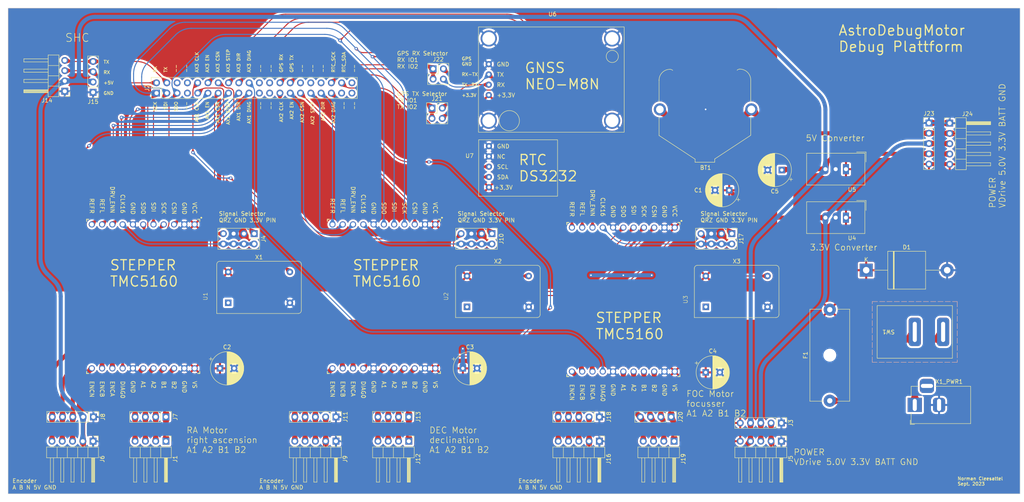
<source format=kicad_pcb>
(kicad_pcb (version 20221018) (generator pcbnew)
  (title_block (title "Debug TeenAstro") (date "2023-09-12") (rev "01") (company "N. Cleesattel"))
  (layers (0 "F.Cu" signal) (31 "B.Cu" signal) (34 "B.Paste" user) (35 "F.Paste" user) (36 "B.SilkS" user "B.Silkscreen") (37 "F.SilkS" user "F.Silkscreen") (38 "B.Mask" user) (39 "F.Mask" user) (44 "Edge.Cuts" user))
  (net 0 "")
  (net 1 "GND")
  (net 2 "Net-(SW1-B)")
  (net 3 "Net-(J4-Pin_2)")
  (net 6 "Net-(SW1-A)")
  (net 7 "+3.3V")
  (net 9 "/SCK")
  (net 10 "/SDI")
  (net 11 "/SDO")
  (net 12 "/AX1_CLK")
  (net 13 "/AX1_EN")
  (net 14 "Vdrive")
  (net 15 "/AX1_CSN")
  (net 16 "/AX1_STEP")
  (net 17 "+5V")
  (net 18 "/AX1_DIR")
  (net 20 "/AX1_DIAG")
  (net 25 "/GPS_RX")
  (net 26 "/GPS_TX")
  (net 27 "/GPS_PPS")
  (net 30 "/RTC_SCK")
  (net 32 "/RTC_SDA")
  (net 35 "Net-(J4-Pin_7)")
  (net 36 "/AX1_ENCA")
  (net 37 "/AX1_ENCB")
  (net 38 "/AX1_ENCN")
  (net 39 "/AX1_B2")
  (net 40 "/AX1_B1")
  (net 41 "/AX1_A2")
  (net 42 "/AX1_A1")
  (net 43 "/RX")
  (net 44 "/TX")
  (net 45 "/AX3_CLK")
  (net 46 "/AX3_EN")
  (net 47 "/AX3_CSN")
  (net 48 "/AX3_STEP")
  (net 49 "/AX3_DIR")
  (net 50 "/AX3_DIAG")
  (net 51 "/AX2_CLK")
  (net 52 "/AX2_EN")
  (net 53 "/AX2_CSN")
  (net 54 "/AX2_STEP")
  (net 55 "/AX2_DIR")
  (net 56 "/AX2_DIAG")
  (net 57 "/AX2_ENCN")
  (net 58 "/AX2_ENCB")
  (net 59 "/AX2_ENCA")
  (net 60 "Net-(J10-Pin_2)")
  (net 61 "Net-(J10-Pin_7)")
  (net 62 "/AX2_B2")
  (net 63 "/AX2_B1")
  (net 64 "/AX2_A2")
  (net 65 "/AX2_A1")
  (net 67 "/AX3_ENCN")
  (net 68 "/AX3_ENCB")
  (net 69 "/AX3_ENCA")
  (net 70 "Net-(J17-Pin_2)")
  (net 71 "Net-(J17-Pin_7)")
  (net 72 "/AX3_B2")
  (net 73 "/AX3_B1")
  (net 74 "/AX3_A2")
  (net 75 "/AX3_A1")
  (net 77 "+BATT")
  (net 78 "/IO1 GPS")
  (net 79 "/IO2 GPS")
  (footprint "Connector_PinHeader_2.54mm:PinHeader_1x05_P2.54mm_Vertical" (layer "F.Cu") (at 166.075 151 -90)
    (fp_text reference "J18")
    (fp_text value "Conn_01x05")
  )
  (footprint "Power:Marquart" (layer "F.Cu") (at 244 130 180)
    (fp_text reference "SW1")
    (fp_text value "SW_SPST")
  )
  (footprint "Connector_PinHeader_2.54mm:PinHeader_1x04_P2.54mm_Horizontal" (layer "F.Cu") (at 184.54 157 -90)
    (fp_text reference "J19")
    (fp_text value "Motor C")
  )
  (footprint "Diode_THT:D_P600_R-6_P20.00mm_Horizontal" (layer "F.Cu") (at 232 114.75)
    (fp_text reference "D1")
    (fp_text value "P600S")
  )
  (footprint "Oscillator:Oscillator_DIP-14" (layer "F.Cu") (at 133.38 123.81)
    (fp_text reference "X2")
    (fp_text value "ACO-16MHz")
  )
  (footprint "TeenAstro:Converter_DCDC_TRACO_TSR-2_THT" (layer "F.Cu") (at 227 101.75 180)
    (fp_text reference "U4")
    (fp_text value "TSR_2-2450")
  )
  (footprint "Capacitor_THT:CP_Radial_D8.0mm_P3.50mm" (layer "F.Cu") (at 192.347349 140)
    (fp_text reference "C4")
    (fp_text value "150uF")
  )
  (footprint "TeenAstro:Battery_KZH_20P" (layer "F.Cu") (at 192.325 75.025 180)
    (fp_text reference "BT1")
    (fp_text value "CR2032-BS-6-1")
  )
  (footprint "Connector_PinHeader_2.54mm:PinHeader_1x05_P2.54mm_Vertical" (layer "F.Cu") (at 41.075 151 -90)
    (fp_text reference "J8")
    (fp_text value "Conn_01x05")
  )
  (footprint "Fuse:Fuseholder_Cylinder-5x20mm_Schurter_0031_8201_Horizontal_Open" (layer "F.Cu") (at 223 147 90)
    (fp_text reference "F1")
    (fp_text value "FLINK 4,0A")
  )
  (footprint "Oscillator:Oscillator_DIP-14" (layer "F.Cu") (at 74.38 122.81)
    (fp_text reference "X1")
    (fp_text value "ACO-16MHz")
  )
  (footprint "Connector_PinHeader_2.54mm:PinHeader_1x05_P2.54mm_Vertical" (layer "F.Cu") (at 101 151 -90)
    (fp_text reference "J11")
    (fp_text value "Conn_01x05")
  )
  (footprint "Connector_PinHeader_2.54mm:PinHeader_2x04_P2.54mm_Vertical" (layer "F.Cu") (at 80.8 105.725 -90)
    (fp_text reference "J4")
    (fp_text value "AX1 CLK SEL")
  )
  (footprint "Oscillator:Oscillator_DIP-14" (layer "F.Cu") (at 192.38 123.81)
    (fp_text reference "X3")
    (fp_text value "ACO-16MHz")
  )
  (footprint "Capacitor_THT:CP_Radial_D8.0mm_P3.50mm" (layer "F.Cu") (at 72.347349 139)
    (fp_text reference "C2")
    (fp_text value "150uF")
  )
  (footprint "Connector_PinHeader_2.54mm:PinHeader_1x05_P2.54mm_Horizontal" (layer "F.Cu") (at 41 157 -90)
    (fp_text reference "J6")
    (fp_text value "Conn_01x05")
  )
  (footprint "Connector_PinHeader_2.54mm:PinHeader_1x05_P2.54mm_Horizontal" (layer "F.Cu") (at 101 157 -90)
    (fp_text reference "J9")
    (fp_text value "Conn_01x05")
  )
  (footprint "Connector_PinHeader_2.54mm:PinHeader_2x02_P2.54mm_Vertical" (layer "F.Cu") (at 125 65)
    (fp_text reference "J22")
    (fp_text value "Conn_02x02_Odd_Even")
  )
  (footprint "Capacitor_THT:CP_Radial_D8.0mm_P3.50mm" (layer "F.Cu") (at 211.152651 90 180)
    (fp_text reference "C5")
    (fp_text value "150uF")
  )
  (footprint "TeenAstro:DS3232" (layer "F.Cu") (at 137.525 89.1825)
    (fp_text reference "U7")
    (fp_text value "~")
  )
  (footprint "Connector_PinHeader_2.54mm:PinHeader_1x05_P2.54mm_Horizontal" (layer "F.Cu") (at 166.08 157 -90)
    (fp_text reference "J16")
    (fp_text value "Conn_01x05")
  )
  (footprint "Connector_PinHeader_2.54mm:PinHeader_1x04_P2.54mm_Vertical" (layer "F.Cu") (at 59 151 -90)
    (fp_text reference "J7")
    (fp_text value "Motor A")
  )
  (footprint "Connector_BarrelJack:BarrelJack_Horizontal" (layer "F.Cu") (at 244 148.0425 180)
    (fp_text reference "X1_PWR1")
    (fp_text value "Barrel_Jack_MountingPin")
  )
  (footprint "TeenAstro:Converter_DCDC_TRACO_TSR-2_THT" (layer "F.Cu") (at 227 89.77 180)
    (fp_text reference "U5")
    (fp_text value "TSR_2-2450")
  )
  (footprint "TeenAstro:22pin1,5x1,1-BOB" (layer "F.Cu") (at 172 122 -90)
    (fp_text reference "U3")
    (fp_text value "TMC5160-BOB")
  )
  (footprint "Connector_PinHeader_2.54mm:PinHeader_1x04_P2.54mm_Horizontal" (layer "F.Cu") (at 59 157 -90)
    (fp_text reference "J1")
    (fp_text value "Motor A")
  )
  (footprint "Connector_PinHeader_2.54mm:PinHeader_1x05_P2.54mm_Vertical" (layer "F.Cu") (at 211.04 152.5 -90)
    (fp_text reference "J3")
    (fp_text value "Conn_01x05")
  )
  (footprint "Connector_PinHeader_2.54mm:PinHeader_1x04_P2.54mm_Horizontal" (layer "F.Cu") (at 34 70.54 180)
    (fp_text reference "J14")
    (fp_text value "SHC")
  )
  (footprint "Connector_PinHeader_2.54mm:PinHeader_1x05_P2.54mm_Vertical" (layer "F.Cu") (at 247.5 78.38)
    (fp_text reference "J23")
    (fp_text value "Conn_01x05")
  )
  (footprint "Connector_PinHeader_2.54mm:PinHeader_1x05_P2.54mm_Horizontal" (layer "F.Cu") (at 211.04 157 -90)
    (fp_text reference "J5")
    (fp_text value "Conn_01x05")
  )
  (footprint "Connector_PinHeader_2.54mm:PinHeader_1x04_P2.54mm_Vertical" (layer "F.Cu") (at 119 151 -90)
    (fp_text reference "J13")
    (fp_text value "Motor B")
  )
  (footprint "Connector_PinHeader_2.54mm:PinHeader_1x04_P2.54mm_Horizontal" (layer "F.Cu") (at 119 157 -90)
    (fp_text reference "J12")
    (fp_text value "Motor B")
  )
  (footprint "Connector_PinHeader_2.54mm:PinHeader_1x04_P2.54mm_Vertical" (layer "F.Cu") (at 41 70.8 180)
    (fp_text reference "J15")
    (fp_text value "SHC")
  )
  (footprint "TeenAstro:NEO-M8n-GPS" (layer "F.Cu") (at 137.48 67.66)
    (fp_text reference "U6")
    (fp_text value "NEO-M8n-GPS")
  )
  (footprint "TeenAstro:22pin1,5x1,1-BOB" (layer "F.Cu") (at 112.84 121.22 -90)
    (fp_text reference "U2")
    (fp_text value "TMC5160-BOB")
  )
  (footprint "TeenAstro:22pin1,5x1,1-BOB" (layer "F.Cu") (at 53.38 121.22 -90)
    (fp_text reference "U1")
    (fp_text value "TMC5160-BOB")
  )
  (footprint "Connector_PinHeader_2.54mm:PinHeader_2x02_P2.54mm_Vertical" (layer "F.Cu") (at 124.725 74.725)
    (fp_text reference "J21")
    (fp_text value "Conn_02x02_Odd_Even")
  )
  (footprint "Connector_PinHeader_2.54mm:PinHeader_1x04_P2.54mm_Vertical" (layer "F.Cu") (at 183.8 151 -90)
    (fp_text reference "J20")
    (fp_text value "Motor C")
  )
  (footprint "Capacitor_THT:CP_Radial_D8.0mm_P3.50mm" (layer "F.Cu") (at 198.152651 95 180)
    (fp_text reference "C1")
    (fp_text value "150uF")
  )
  (footprint "Connector_PinHeader_2.54mm:PinHeader_2x04_P2.54mm_Vertical" (layer "F.Cu") (at 198.8 105.725 -90)
    (fp_text reference "J17")
    (fp_text value "AX3 CLK SEL")
  )
  (footprint "Connector_PinHeader_2.54mm:PinHeader_1x05_P2.54mm_Horizontal" (layer "F.Cu") (at 252.625 78.425)
    (fp_text reference "J24")
    (fp_text value "Conn_01x05")
  )
  (footprint "Connector_PinHeader_2.54mm:PinHeader_2x04_P2.54mm_Vertical" (layer "F.Cu") (at 139.54 105.725 -90)
    (fp_text reference "J10")
    (fp_text value "AX2 CLK SEL")
  )
  (footprint "Capacitor_THT:CP_Radial_D8.0mm_P3.50mm" (layer "F.Cu") (at 132.347349 139)
    (fp_text reference "C3")
    (fp_text value "150uF")
  )
  (footprint "Connector_PinHeader_2.54mm:PinHeader_2x20_P2.54mm_Vertical" (layer "F.Cu") (at 56.68 71 90)
    (fp_text reference "J2")
    (fp_text value "Conn_02x20_Odd_Even")
  )
  (gr_rect (start 20 50) (end 270 170) (stroke (width 0.1)) (fill none) (layer "Edge.Cuts"))
  (gr_text "--\n\n--\n\nAX2 CLK\n\nAX2 EN\n\nAX2 CSN\n\nAX2 STEP\n\nAX2 DIR\n\nAX2 DIAG\n\n--\n\n--" (at 106 73 90) (layer "F.SilkS") (effects (font (size 0.8 0.8)) (justify right bottom)))
  (gr_text "STEPPER\nTMC5160" (at 165 132) (layer "F.SilkS") (effects (font (size 2.5 2.5) (thickness 0.3) bold) (justify left bottom)))
  (gr_text "SHC" (at 34 58.5) (layer "F.SilkS") (effects (font (size 2 2)) (justify left bottom)))
  (gr_text "Encoder\nA B N 5V GND\n" (at 146 169) (layer "F.SilkS") (effects (font (size 1 1)) (justify left bottom)))
  (gr_text "POWER\nVDrive 5.0V 3.3V BATT GND" (at 266.5 99.5 90) (layer "F.SilkS") (effects (font (size 1.5 1.5)) (justify left bottom)))
  (gr_text "RX\n\nTX\n\n--\n\n--\n\nAX3 CLK\n\nAX3 EN\n\nAX3 CSN\n\nAX3 STEP\n\nAX3 DIR\n\nAX3 DIAG" (at 80 66 90) (layer "F.SilkS") (effects (font (size 0.8 0.8)) (justify left bottom)))
  (gr_text "POWER\nVDrive 5.0V 3.3V BATT GND" (at 214 163) (layer "F.SilkS") (effects (font (size 1.5 1.5)) (justify left bottom)))
  (gr_text "Signal Selector\nQRZ GND 3.3V PIN" (at 72 103) (layer "F.SilkS") (effects (font (size 1 1)) (justify left bottom)))
  (gr_text "RA Motor\nright ascension\nA1 A2 B1 B2" (at 64 160) (layer "F.SilkS") (effects (font (size 1.5 1.5)) (justify left bottom)))
  (gr_text "5V Converter" (at 217 83) (layer "F.SilkS") (effects (font (size 1.5 1.5)) (justify left bottom)))
  (gr_text "Norman Cleesattel\nSept. 2023" (at 254.5 168) (layer "F.SilkS") (effects (font (size 0.8 0.8) (thickness 0.15) bold) (justify left bottom)))
  (gr_text "AstroDebugMotor\nDebug Plattform" (at 225 61) (layer "F.SilkS") (effects (font (size 2.5 2.5) (thickness 0.3) bold) (justify left bottom)))
  (gr_text "DEC Motor\ndeclination\nA1 A2 B1 B2" (at 124 160) (layer "F.SilkS") (effects (font (size 1.5 1.5)) (justify left bottom)))
  (gr_text "Encoder\nA B N 5V GND\n" (at 82 169) (layer "F.SilkS") (effects (font (size 1 1)) (justify left bottom)))
  (gr_text "--\n\n--\n\nGPS RX\n\nGPS TX\n\n--\n\n--\n\n--\n\nRTC_SCK\n\nRTC_SDA\n\n--" (at 106 66 90) (layer "F.SilkS") (effects (font (size 0.8 0.8)) (justify left bottom)))
  (gr_text "Encoder\nA B N 5V GND\n" (at 21 169) (layer "F.SilkS") (effects (font (size 1 1)) (justify left bottom)))
  (gr_text "Signal Selector\nQRZ GND 3.3V PIN" (at 131 103) (layer "F.SilkS") (effects (font (size 1 1)) (justify left bottom)))
  (gr_text "GPS RX Selector\nRX IO1\nRX IO2" (at 116 65) (layer "F.SilkS") (effects (font (size 1 1)) (justify left bottom)))
  (gr_text "Signal Selector\nQRZ GND 3.3V PIN" (at 191 103) (layer "F.SilkS") (effects (font (size 1 1)) (justify left bottom)))
  (gr_text "FOC Motor\nfocusser\nA1 A2 B1 B2" (at 187.5 151) (layer "F.SilkS") (effects (font (size 1.5 1.5)) (justify left bottom)))
  (gr_text "STEPPER\nTMC5160" (at 45 119) (layer "F.SilkS") (effects (font (size 2.5 2.5) (thickness 0.3) bold) (justify left bottom)))
  (gr_text "GNSS\nNEO-M8N" (at 147.5 70.25) (layer "F.SilkS") (effects (font (size 2.5 2.5) (thickness 0.3) bold) (justify left bottom)))
  (gr_text "RTC\nDS3232" (at 146 93) (layer "F.SilkS") (effects (font (size 2.5 2.5) (thickness 0.3) bold) (justify left bottom)))
  (gr_text "SCK\n\nSDI\n\nSDO\n\n--\n\nAX1 CLK\n\nAX1 EN\n\nAX1 CSN\n\nAX1 STEP\n\nAX1 DIR\n\nAX1 DIAG" (at 80 73 90) (layer "F.SilkS") (effects (font (size 0.8 0.8)) (justify right bottom)))
  (gr_text "GPS TX Selector\nTX IO1\nTX IO2" (at 116 75) (layer "F.SilkS") (effects (font (size 1 1)) (justify left bottom)))
  (gr_text "3.3V Converter" (at 218 110) (layer "F.SilkS") (effects (font (size 1.5 1.5)) (justify left bottom)))
  (gr_text "GPS\nGND\n\nRX-TX\n\nTX-RX\n\n+3.3V" (at 132 72) (layer "F.SilkS") (effects (font (size 0.8 0.8)) (justify left bottom)))
  (gr_text "STEPPER\nTMC5160" (at 105 119) (layer "F.SilkS") (effects (font (size 2.5 2.5) (thickness 0.3) bold) (justify left bottom)))
  (gr_text "TX\n\nRX\n\n+5V\n\nGND" (at 43.5 71.5) (layer "F.SilkS") (effects (font (size 0.8 0.8)) (justify left bottom)))
  (segment (start 252.6025 78.4025) (end 252.625 78.425) (width 1) (layer "F.Cu") (net 1))
  (segment (start 252.54818 78.38) (end 247.5 78.38) (width 1) (layer "F.Cu") (net 1))
  (via (at 192.325 75.024998) (size 0.8) (drill 0.4) (layers "F.Cu" "B.Cu") (net 1))
  (arc (start 252.6025 78.4025) (mid 252.577577 78.385847) (end 252.54818 78.38) (width 1) (layer "F.Cu") (net 1))
  (segment (start 228.414213 145.585786) (end 244 130) (width 1) (layer "F.Cu") (net 2))
  (segment (start 225 147) (end 223 147) (width 1) (layer "F.Cu") (net 2))
  (arc (start 225 147) (mid 226.847758 146.632457) (end 228.414213 145.585786) (width 1) (layer "F.Cu") (net 2))
  (segment (start 51.531207 106.671207) (end 48.3 103.44) (width 0.25) (layer "B.Cu") (net 3))
  (segment (start 73.18 108.265) (end 75.72 108.265) (width 0.25) (layer "B.Cu") (net 3))
  (segment (start 78.26 108.265) (end 80.8 108.265) (width 0.25) (layer "B.Cu") (net 3))
  (segment (start 78.26 108.265) (end 75.72 108.265) (width 0.25) (layer "B.Cu") (net 3))
  (segment (start 55.378963 108.265) (end 73.18 108.265) (width 0.25) (layer "B.Cu") (net 3))
  (arc (start 51.531207 106.671207) (mid 53.296572 107.850786) (end 55.378963 108.265) (width 0.25) (layer "B.Cu") (net 3))
  (segment (start 245.593792 135.406207) (end 251 130) (width 1) (layer "F.Cu") (net 6))
  (segment (start 244 139.253963) (end 244 148.0425) (width 1) (layer "F.Cu") (net 6))
  (arc (start 245.593792 135.406207) (mid 244.414213 137.171572) (end 244 139.253963) (width 1) (layer "F.Cu") (net 6))
  (segment (start 205.96 152.5) (end 205.96 157) (width 1) (layer "F.Cu") (net 7))
  (segment (start 203.328858 100.176207) (end 198.152651 95) (width 1) (layer "F.Cu") (net 7))
  (segment (start 252.6025 83.4825) (end 252.625 83.505) (width 1) (layer "F.Cu") (net 7))
  (segment (start 207.176614 101.77) (end 221.92 101.77) (width 1) (layer "F.Cu") (net 7))
  (segment (start 252.54818 83.46) (end 247.5 83.46) (width 1) (layer "F.Cu") (net 7))
  (via (at 172 116) (size 0.8) (drill 0.4) (layers "F.Cu" "B.Cu") (net 7))
  (via (at 164 116) (size 0.8) (drill 0.4) (layers "F.Cu" "B.Cu") (net 7))
  (via (at 179 116) (size 0.8) (drill 0.4) (layers "F.Cu" "B.Cu") (net 7))
  (arc (start 203.328858 100.176207) (mid 205.094223 101.355786) (end 207.176614 101.77) (width 1) (layer "F.Cu") (net 7))
  (arc (start 252.54818 83.46) (mid 252.577577 83.465847) (end 252.6025 83.4825) (width 1) (layer "F.Cu") (net 7))
  (segment (start 221.92 101.77) (end 221.92 101.764695) (width 1) (layer "B.Cu") (net 7))
  (segment (start 242.473353 83.46) (end 247.5 83.46) (width 1) (layer "B.Cu") (net 7))
  (segment (start 179 116) (end 172 116) (width 1) (layer "B.Cu") (net 7))
  (segment (start 221.92 101.77) (end 221.92 101.78061) (width 1) (layer "B.Cu") (net 7))
  (segment (start 220.326207 124.062522) (end 207.553792 136.834937) (width 1) (layer "B.Cu") (net 7))
  (segment (start 205.96 140.682693) (end 205.96 152.5) (width 1) (layer "B.Cu") (net 7))
  (segment (start 238.625597 85.053792) (end 221.923751 101.755638) (width 1) (layer "B.Cu") (net 7))
  (segment (start 164 116) (end 172 116) (width 1) (layer "B.Cu") (net 7))
  (segment (start 221.92 120.214766) (end 221.92 101.78061) (width 1) (layer "B.Cu") (net 7))
  (arc (start 221.923751 101.755638) (mid 221.920974 101.759793) (end 221.92 101.764695) (width 1) (layer "B.Cu") (net 7))
  (arc (start 221.92 120.214766) (mid 221.505786 122.297156) (end 220.326207 124.062522) (width 1) (layer "B.Cu") (net 7))
  (arc (start 238.625597 85.053792) (mid 240.390962 83.874213) (end 242.473353 83.46) (width 1) (layer "B.Cu") (net 7))
  (arc (start 205.96 140.682693) (mid 206.374213 138.600302) (end 207.553792 136.834937) (width 1) (layer "B.Cu") (net 7))
  (segment (start 153.593792 108.593792) (end 156.406207 111.406207) (width 0.25) (layer "F.Cu") (net 9))
  (segment (start 57.144974 104.755025) (end 58.46 103.44) (width 0.25) (layer "F.Cu") (net 9))
  (segment (start 110 62) (end 137.746036 62) (width 0.25) (layer "F.Cu") (net 9))
  (segment (start 152 88.686288) (end 152 104.746036) (width 0.25) (layer "F.Cu") (net 9))
  (segment (start 150.406207 72.406207) (end 141.593792 63.593792) (width 0.25) (layer "F.Cu") (net 9))
  (segment (start 152 84) (end 152 88.686288) (width 0.25) (layer "F.Cu") (net 9))
  (segment (start 55.95 105.25) (end 55.78033 105.25) (width 0.25) (layer "F.Cu") (net 9))
  (segment (start 152 76.253963) (end 152 79.313712) (width 0.25) (layer "F.Cu") (net 9))
  (segment (start 55.59 72.09) (end 56.68 71) (width 0.25) (layer "F.Cu") (net 9))
  (segment (start 152 79.313712) (end 152 84) (width 0.25) (layer "F.Cu") (net 9))
  (segment (start 160.253963 113) (end 166.046036 113) (width 0.25) (layer "F.Cu") (net 9))
  (segment (start 54.5 103.969669) (end 54.5 74.721492) (width 0.25) (layer "F.Cu") (net 9))
  (segment (start 169.893792 111.406207) (end 177.08 104.22) (width 0.25) (layer "F.Cu") (net 9))
  (via (at 110 62) (size 0.8) (drill 0.4) (layers "F.Cu" "B.Cu") (net 9))
  (arc (start 150.406207 72.406207) (mid 151.585786 74.171572) (end 152 76.253963) (width 0.25) (layer "F.Cu") (net 9))
  (arc (start 169.893792 111.406207) (mid 168.128426 112.585786) (end 166.046036 113) (width 0.25) (layer "F.Cu") (net 9))
  (arc (start 54.5 74.721492) (mid 54.783281 73.297338) (end 55.59 72.09) (width 0.25) (layer "F.Cu") (net 9))
  (arc (start 54.5 103.969669) (mid 54.597459 104.45963) (end 54.875 104.875) (width 0.25) (layer "F.Cu") (net 9))
  (arc (start 55.95 105.25) (mid 56.596715 105.12136) (end 57.144974 104.755025) (width 0.25) (layer "F.Cu") (net 9))
  (arc (start 54.875 104.875) (mid 55.290368 105.15254) (end 55.78033 105.25) (width 0.25) (layer "F.Cu") (net 9))
  (arc (start 160.253963 113) (mid 158.171572 112.585786) (end 156.406207 111.406207) (width 0.25) (layer "F.Cu") (net 9))
  (arc (start 137.746036 62) (mid 139.828426 62.414213) (end 141.593792 63.593792) (width 0.25) (layer "F.Cu") (net 9))
  (arc (start 153.593792 108.593792) (mid 152.414213 106.828426) (end 152 104.746036) (width 0.25) (layer "F.Cu") (net 9))
  (segment (start 63.753963 53.5) (end 99.246036 53.5) (width 0.25) (layer "B.Cu") (net 9))
  (segment (start 52.593792 62.406207) (end 59.906207 55.093792) (width 0.25) (layer "B.Cu") (net 9))
  (segment (start 116.326207 68.326207) (end 103.093792 55.093792) (width 0.25) (layer "B.Cu") (net 9))
  (segment (start 54.414213 71) (end 56.68 71) (width 0.25) (layer "B.Cu") (net 9))
  (segment (start 51 66.253963) (end 51 67.585786) (width 0.25) (layer "B.Cu") (net 9))
  (segment (start 117.92 72.173963) (end 117.92 103.44) (width 0.25) (layer "B.Cu") (net 9))
  (arc (start 51 67.585786) (mid 51.259891 68.892349) (end 52 70) (width 0.25) (layer "B.Cu") (net 9))
  (arc (start 52.593792 62.406207) (mid 51.414213 64.171572) (end 51 66.253963) (width 0.25) (layer "B.Cu") (net 9))
  (arc (start 117.92 72.173963) (mid 117.505786 70.091572) (end 116.326207 68.326207) (width 0.25) (layer "B.Cu") (net 9))
  (arc (start 63.753963 53.5) (mid 61.671572 53.914213) (end 59.906207 55.093792) (width 0.25) (layer "B.Cu") (net 9))
  (arc (start 99.246036 53.5) (mid 101.328426 53.914213) (end 103.093792 55.093792) (width 0.25) (layer "B.Cu") (net 9))
  (arc (start 54.414213 71) (mid 53.10765 70.740108) (end 52 70) (width 0.25) (layer "B.Cu") (net 9))
  (segment (start 138.370479 61) (end 107.707106 61) (width 0.25) (layer "F.Cu") (net 10))
  (segment (start 165.506036 111) (end 162.253963 111) (width 0.25) (layer "F.Cu") (net 10))
  (segment (start 57.513792 72.706207) (end 59.22 71) (width 0.25) (layer "F.Cu") (net 10))
  (segment (start 169.353792 109.406207) (end 174.54 104.22) (width 0.25) (layer "F.Cu") (net 10))
  (segment (start 106 60) (end 106.5 60.5) (width 0.25) (layer "F.Cu") (net 10))
  (segment (start 55.92 76.553963) (end 55.92 103.44) (width 0.25) (layer "F.Cu") (net 10))
  (segment (start 152.406207 72.781764) (end 142.218235 62.593792) (width 0.25) (layer "F.Cu") (net 10))
  (segment (start 155.593792 106.593792) (end 158.406207 109.406207) (width 0.25) (layer "F.Cu") (net 10))
  (segment (start 154 102.746036) (end 154 76.62952) (width 0.25) (layer "F.Cu") (net 10))
  (via (at 106 60) (size 0.8) (drill 0.4) (layers "F.Cu" "B.Cu") (net 10))
  (arc (start 162.253963 111) (mid 160.171572 110.585786) (end 158.406207 109.406207) (width 0.25) (layer "F.Cu") (net 10))
  (arc (start 165.506036 111) (mid 167.588426 110.585786) (end 169.353792 109.406207) (width 0.25) (layer "F.Cu") (net 10))
  (arc (start 57.513792 72.706207) (mid 56.334213 74.471572) (end 55.92 76.553963) (width 0.25) (layer "F.Cu") (net 10))
  (arc (start 154 102.746036) (mid 154.414213 104.828426) (end 155.593792 106.593792) (width 0.25) (layer "F.Cu") (net 10))
  (arc (start 138.370479 61) (mid 140.452869 61.414213) (end 142.218235 62.593792) (width 0.25) (layer "F.Cu") (net 10))
  (arc (start 107.707106 61) (mid 107.053825 60.870054) (end 106.5 60.5) (width 0.25) (layer "F.Cu") (net 10))
  (arc (start 154 76.62952) (mid 153.585786 74.547129) (end 152.406207 72.781764) (width 0.25) (layer "F.Cu") (net 10))
  (segment (start 58.595 70.375) (end 59.22 71) (width 0.25) (layer "B.Cu") (net 10))
  (segment (start 65.253963 55) (end 98.746036 55) (width 0.25) (layer "B.Cu") (net 10))
  (segment (start 53 67) (end 53 68.469669) (width 0.25) (layer "B.Cu") (net 10))
  (segment (start 113.786207 67.786207) (end 102.593792 56.593792) (width 0.25) (layer "B.Cu") (net 10))
  (segment (start 54.28033 69.75) (end 57.086116 69.75) (width 0.25) (layer "B.Cu") (net 10))
  (segment (start 115.38 71.633963) (end 115.38 103.44) (width 0.25) (layer "B.Cu") (net 10))
  (segment (start 54.414213 63.585786) (end 61.406207 56.593792) (width 0.25) (layer "B.Cu") (net 10))
  (arc (start 65.253963 55) (mid 63.171572 55.414213) (end 61.406207 56.593792) (width 0.25) (layer "B.Cu") (net 10))
  (arc (start 98.746036 55) (mid 100.828426 55.414213) (end 102.593792 56.593792) (width 0.25) (layer "B.Cu") (net 10))
  (arc (start 54.28033 69.75) (mid 53.790368 69.65254) (end 53.375 69.375) (width 0.25) (layer "B.Cu") (net 10))
  (arc (start 53.375 69.375) (mid 53.097459 68.95963) (end 53 68.469669) (width 0.25) (layer "B.Cu") (net 10))
  (arc (start 53 67) (mid 53.367541 65.15224) (end 54.414213 63.585786) (width 0.25) (layer "B.Cu") (net 10))
  (arc (start 58.595 70.375) (mid 57.902718 69.912432) (end 57.086116 69.75) (width 0.25) (layer "B.Cu") (net 10))
  (arc (start 113.786207 67.786207) (mid 114.965786 69.551572) (end 115.38 71.633963) (width 0.25) (layer "B.Cu") (net 10))
  (segment (start 59.75 74.431284) (end 59.75 102.835786) (width 0.25) (layer "F.Cu") (net 11))
  (segment (start 60.755 72.005) (end 61.76 71) (width 0.25) (layer "F.Cu") (net 11))
  (segment (start 157.593792 106.593792) (end 158.406207 107.406207) (width 0.25) (layer "F.Cu") (net 11))
  (segment (start 56.431185 106.25) (end 56.33734 106.25) (width 0.25) (layer "F.Cu") (net 11))
  (segment (start 53.38 103.978815) (end 53.38 103.44) (width 0.25) (layer "F.Cu") (net 11))
  (segment (start 141.746036 54.5) (end 107.753963 54.5) (width 0.25) (layer "F.Cu") (net 11))
  (segment (start 103.906207 56.093792) (end 102 58) (width 0.25) (layer "F.Cu") (net 11))
  (segment (start 53.760999 104.898629) (end 54.246185 105.383815) (width 0.25) (layer "F.Cu") (net 11))
  (segment (start 58.75 105.25) (end 58.682543 105.317456) (width 0.25) (layer "F.Cu") (net 11))
  (segment (start 168.813792 107.406207) (end 172 104.22) (width 0.25) (layer "F.Cu") (net 11))
  (segment (start 156 102.746036) (end 156 68.753963) (width 0.25) (layer "F.Cu") (net 11))
  (segment (start 162.253963 109) (end 164.966036 109) (width 0.25) (layer "F.Cu") (net 11))
  (segment (start 145.593792 56.093792) (end 154.406207 64.906207) (width 0.25) (layer "F.Cu") (net 11))
  (via (at 102 58) (size 0.8) (drill 0.4) (layers "F.Cu" "B.Cu") (net 11))
  (arc (start 56.33734 106.25) (mid 55.205615 106.024885) (end 54.246185 105.383815) (width 0.25) (layer "F.Cu") (net 11))
  (arc (start 154.406207 64.906207) (mid 155.585786 66.671572) (end 156 68.753963) (width 0.25) (layer "F.Cu") (net 11))
  (arc (start 141.746036 54.5) (mid 143.828426 54.914213) (end 145.593792 56.093792) (width 0.25) (layer "F.Cu") (net 11))
  (arc (start 59.75 74.431284) (mid 60.01119 73.118188) (end 60.755 72.005) (width 0.25) (layer "F.Cu") (net 11))
  (arc (start 56.431185 106.25) (mid 57.649611 106.007639) (end 58.682543 105.317456) (width 0.25) (layer "F.Cu") (net 11))
  (arc (start 53.38 103.978815) (mid 53.479018 104.476614) (end 53.760999 104.898629) (width 0.25) (layer "F.Cu") (net 11))
  (arc (start 168.813792 107.406207) (mid 167.048426 108.585786) (end 164.966036 109) (width 0.25) (layer "F.Cu") (net 11))
  (arc (start 58.75 105.25) (mid 59.490108 104.142349) (end 59.75 102.835786) (width 0.25) (layer "F.Cu") (net 11))
  (arc (start 156 102.746036) (mid 156.414213 104.828426) (end 157.593792 106.593792) (width 0.25) (layer "F.Cu") (net 11))
  (arc (start 103.906207 56.093792) (mid 105.671572 54.914213) (end 107.753963 54.5) (width 0.25) (layer "F.Cu") (net 11))
  (arc (start 162.253963 109) (mid 160.171572 108.585786) (end 158.406207 107.406207) (width 0.25) (layer "F.Cu") (net 11))
  (segment (start 61.13 70.37) (end 61.76 71) (width 0.25) (layer "B.Cu") (net 11))
  (segment (start 112.84 71.093963) (end 112.84 103.44) (width 0.25) (layer "B.Cu") (net 11))
  (segment (start 69.906207 58.093792) (end 61.291959 66.70804) (width 0.25) (layer "B.Cu") (net 11))
  (segment (start 98.246036 56.5) (end 73.753963 56.5) (width 0.25) (layer "B.Cu") (net 11))
  (segment (start 102.093792 58.093792) (end 111.246207 67.246207) (width 0.25) (layer "B.Cu") (net 11))
  (segment (start 60.5 68.62) (end 60.5 68.849045) (width 0.25) (layer "B.Cu") (net 11))
  (arc (start 60.5 68.62) (mid 60.705823 67.585254) (end 61.291959 66.70804) (width 0.25) (layer "B.Cu") (net 11))
  (arc (start 61.13 70.37) (mid 60.663731 69.67218) (end 60.5 68.849045) (width 0.25) (layer "B.Cu") (net 11))
  (arc (start 111.246207 67.246207) (mid 112.425786 69.011572) (end 112.84 71.093963) (width 0.25) (layer "B.Cu") (net 11))
  (arc (start 69.906207 58.093792) (mid 71.671572 56.914213) (end 73.753963 56.5) (width 0.25) (layer "B.Cu") (net 11))
  (arc (start 102.093792 58.093792) (mid 100.328426 56.914213) (end 98.246036 56.5) (width 0.25) (layer "B.Cu") (net 11))
  (segment (start 74.843792 99.768792) (end 80.8 105.725) (width 0.25) (layer "F.Cu") (net 12))
  (segment (start 67.465 70.375) (end 66.84 71) (width 0.25) (layer "F.Cu") (net 12))
  (segment (start 72.396446 69.75) (end 68.973883 69.75) (width 0.25) (layer "F.Cu") (net 12))
  (segment (start 73.25 95.921036) (end 73.25 70.603553) (width 0.25) (layer "F.Cu") (net 12))
  (arc (start 67.465 70.375) (mid 68.157281 69.912432) (end 68.973883 69.75) (width 0.25) (layer "F.Cu") (net 12))
  (arc (start 74.843792 99.768792) (mid 73.664213 98.003426) (end 73.25 95.921036) (width 0.25) (layer "F.Cu") (net 12))
  (arc (start 73 70) (mid 72.723087 69.814972) (end 72.396446 69.75) (width 0.25) (layer "F.Cu") (net 12))
  (arc (start 73 70) (mid 73.185027 70.276912) (end 73.25 70.603553) (width 0.25) (layer "F.Cu") (net 12))
  (segment (start 52 75) (end 51 76) (width 0.25) (layer "F.Cu") (net 13))
  (segment (start 50 96.946036) (end 50 78.414213) (width 0.25) (layer "F.Cu") (net 13))
  (segment (start 48.406207 100.793792) (end 45.76 103.44) (width 0.25) (layer "F.Cu") (net 13))
  (via (at 52 75) (size 0.8) (drill 0.4) (layers "F.Cu" "B.Cu") (net 13))
  (arc (start 50 96.946036) (mid 49.585786 99.028426) (end 48.406207 100.793792) (width 0.25) (layer "F.Cu") (net 13))
  (arc (start 51 76) (mid 50.259891 77.10765) (end 50 78.414213) (width 0.25) (layer "F.Cu") (net 13))
  (segment (start 66.973792 73.406207) (end 69.38 71) (width 0.25) (layer "B.Cu") (net 13))
  (segment (start 63.126036 75) (end 52 75) (width 0.25) (layer "B.Cu") (net 13))
  (arc (start 63.126036 75) (mid 65.208426 74.585786) (end 66.973792 73.406207) (width 0.25) (layer "B.Cu") (net 13))
  (segment (start 252.6025 88.5625) (end 252.625 88.585) (width 1) (layer "F.Cu") (net 14))
  (segment (start 252.54818 88.54) (end 247.5 88.54) (width 1) (layer "F.Cu") (net 14))
  (via (at 132.347349 134.152651) (size 0.8) (drill 0.4) (layers "F.Cu" "B.Cu") (net 14))
  (arc (start 252.54818 88.54) (mid 252.577577 88.545847) (end 252.6025 88.5625) (width 1) (layer "F.Cu") (net 14))
  (segment (start 132.347349 134.152651) (end 132.347349 139) (width 1) (layer "B.Cu") (net 14))
  (segment (start 71 72.570538) (end 71 91.186036) (width 0.25) (layer "F.Cu") (net 15))
  (segment (start 71.46 71.46) (end 71.92 71) (width 0.25) (layer "F.Cu") (net 15))
  (segment (start 69.406207 95.033792) (end 61 103.44) (width 0.25) (layer "F.Cu") (net 15))
  (arc (start 71 72.570538) (mid 71.11955 71.969519) (end 71.46 71.46) (width 0.25) (layer "F.Cu") (net 15))
  (arc (start 71 91.186036) (mid 70.585786 93.268426) (end 69.406207 95.033792) (width 0.25) (layer "F.Cu") (net 15))
  (segment (start 48 77) (end 48 96.406036) (width 0.25) (layer "F.Cu") (net 16))
  (segment (start 46.406207 100.253792) (end 43.22 103.44) (width 0.25) (layer "F.Cu") (net 16))
  (via (at 48 77) (size 0.8) (drill 0.4) (layers "F.Cu" "B.Cu") (net 16))
  (arc (start 46.406207 100.253792) (mid 47.585786 98.488426) (end 48 96.406036) (width 0.25) (layer "F.Cu") (net 16))
  (segment (start 70.053792 75.406207) (end 74.46 71) (width 0.25) (layer "B.Cu") (net 16))
  (segment (start 66.206036 77) (end 48 77) (width 0.25) (layer "B.Cu") (net 16))
  (arc (start 66.206036 77) (mid 68.288426 76.585786) (end 70.053792 75.406207) (width 0.25) (layer "B.Cu") (net 16))
  (segment (start 101.380086 165) (end 47.253963 165) (width 1) (layer "F.Cu") (net 17))
  (segment (start 226.256051 86) (end 247.5 86) (width 1) (layer "F.Cu") (net 17))
  (segment (start 99.683294 161.683294) (end 101.406207 163.406207) (width 1) (layer "F.Cu") (net 17))
  (segment (start 98.46 157) (end 98.46 151) (width 1) (layer "F.Cu") (net 17))
  (segment (start 98.46 158.73) (end 98.46 157) (width 1) (layer "F.Cu") (net 17))
  (segment (start 211.257651 89.895) (end 211.152651 90) (width 1) (layer "F.Cu") (net 17))
  (segment (start 211.511143 89.79) (end 221.295 89.79) (width 1) (layer "F.Cu") (net 17))
  (segment (start 38.535 156.871966) (end 38.535 151) (width 1) (layer "F.Cu") (net 17))
  (segment (start 105.343144 165) (end 166.380086 165) (width 1) (layer "F.Cu") (net 17))
  (segment (start 203.42 157.04) (end 203.42 152.5) (width 1) (layer "F.Cu") (net 17))
  (segment (start 166.380086 165) (end 170.343144 165) (width 1) (layer "F.Cu") (net 17))
  (segment (start 163.535 156.991464) (end 163.535 151) (width 1) (layer "F.Cu") (net 17))
  (segment (start 222.361941 88.098058) (end 223.19 87.27) (width 1) (layer "F.Cu") (net 17))
  (segment (start 252.54818 86) (end 247.5 86) (width 1) (layer "F.Cu") (net 17))
  (segment (start 38.46 157.053033) (end 38.46 157.73) (width 1) (layer "F.Cu") (net 17))
  (segment (start 101.380086 165) (end 105.343144 165) (width 1) (layer "F.Cu") (net 17))
  (segment (start 163.54 157.003535) (end 163.54 158.77) (width 1) (layer "F.Cu") (net 17))
  (segment (start 252.6025 86.0225) (end 252.625 86.045) (width 1) (layer "F.Cu") (net 17))
  (segment (start 197.053792 163.406207) (end 203.42 157.04) (width 1) (layer "F.Cu") (net 17))
  (segment (start 38.976187 158.976187) (end 43.406207 163.406207) (width 1) (layer "F.Cu") (net 17))
  (segment (start 193.206036 165) (end 170.343144 165) (width 1) (layer "F.Cu") (net 17))
  (segment (start 166.406207 163.406207) (end 164.791579 161.791579) (width 1) (layer "F.Cu") (net 17))
  (arc (start 163.54 157.003535) (mid 163.53935 157.000268) (end 163.5375 156.9975) (width 1) (layer "F.Cu") (net 17))
  (arc (start 226.256051 86) (mid 224.596716 86.330062) (end 223.19 87.27) (width 1) (layer "F.Cu") (net 17))
  (arc (start 166.406207 163.406207) (mid 168.194749 164.585786) (end 170.343144 165) (width 1) (layer "F.Cu") (net 17))
  (arc (start 166.406207 163.406207) (mid 166.837873 164.423659) (end 166.380086 165) (width 1) (layer "F.Cu") (net 17))
  (arc (start 98.46 158.73) (mid 98.777923 160.328311) (end 99.683294 161.683294) (width 1) (layer "F.Cu") (net 17))
  (arc (start 197.053792 163.406207) (mid 195.288426 164.585786) (end 193.206036 165) (width 1) (layer "F.Cu") (net 17))
  (arc (start 38.4975 156.9625) (mid 38.525254 156.920962) (end 38.535 156.871966) (width 1) (layer "F.Cu") (net 17))
  (arc (start 38.46 157.73) (mid 38.594152 158.404431) (end 38.976187 158.976187) (width 1) (layer "F.Cu") (net 17))
  (arc (start 101.380086 165) (mid 101.837873 164.423659) (end 101.406207 163.406207) (width 1) (layer "F.Cu") (net 17))
  (arc (start 252.54818 86) (mid 252.577577 86.005847) (end 252.6025 86.0225) (width 1) (layer "F.Cu") (net 17))
  (arc (start 211.511143 89.79) (mid 211.373954 89.817288) (end 211.257651 89.895) (width 1) (layer "F.Cu") (net 17))
  (arc (start 163.54 158.77) (mid 163.865274 160.405266) (end 164.791579 161.791579) (width 1) (layer "F.Cu") (net 17))
  (arc (start 221.295 89.79) (mid 221.736941 89.606941) (end 221.92 89.165) (width 1) (layer "F.Cu") (net 17))
  (arc (start 38.4975 156.9625) (mid 38.469745 157.004036) (end 38.46 157.053033) (width 1) (layer "F.Cu") (net 17))
  (arc (start 163.5375 156.9975) (mid 163.535649 156.99473) (end 163.535 156.991464) (width 1) (layer "F.Cu") (net 17))
  (arc (start 47.253963 165) (mid 45.171572 164.585786) (end 43.406207 163.406207) (width 1) (layer "F.Cu") (net 17))
  (arc (start 105.343144 165) (mid 103.194749 164.585786) (end 101.406207 163.406207) (width 1) (layer "F.Cu") (net 17))
  (arc (start 222.361941 88.098058) (mid 222.034856 88.587575) (end 221.92 89.165) (width 1) (layer "F.Cu") (net 17))
  (segment (start 29.593792 115.593792) (end 31.406207 117.406207) (width 1) (layer "B.Cu") (net 17))
  (segment (start 41.469023 52.175) (end 198.921036 52.175) (width 1) (layer "B.Cu") (net 17))
  (segment (start 35.88 68) (end 39.12 68) (width 1) (layer "B.Cu") (net 17))
  (segment (start 38.46 150.515) (end 38.46 157) (width 1) (layer "B.Cu") (net 17))
  (segment (start 33 142.801036) (end 33 121.253963) (width 1) (layer "B.Cu") (net 17))
  (segment (start 217.168706 94.541293) (end 213.854999 97.854999) (width 1) (layer "B.Cu") (net 17))
  (segment (start 203.46 152.431715) (end 203.46 110.503963) (width 1) (layer "B.Cu") (net 17))
  (segment (start 40.556152 68) (end 39.12 68) (width 1) (layer "B.Cu") (net 17))
  (segment (start 37.5 66.38) (end 37.5 56.144023) (width 1) (layer "B.Cu") (net 17))
  (segment (start 33.72 68) (end 34 68) (width 1) (layer "B.Cu") (net 17))
  (segment (start 210.541293 101.168705) (end 205.053792 106.656207) (width 1) (layer "B.Cu") (net 17))
  (segment (start 213.854999 97.854999) (end 210.541293 101.168705) (width 1) (layer "B.Cu") (net 17))
  (segment (start 29.593792 71.846207) (end 33.24201 68.197989) (width 1) (layer "B.Cu") (net 17))
  (segment (start 40.87 68.13) (end 41 68.26) (width 1) (layer "B.Cu") (net 17))
  (segment (start 28 75.693963) (end 28 111.746036) (width 1) (layer "B.Cu") (net 17))
  (segment (start 203.44 152.48) (end 203.42 152.5) (width 1) (layer "B.Cu") (net 17))
  (segment (start 35.88 68) (end 34.56 68) (width 1) (layer "B.Cu") (net 17))
  (segment (start 34.56 68) (end 34 68) (width 1) (layer "B.Cu") (net 17))
  (segment (start 38.46 150.515) (end 34.593792 146.648792) (width 1) (layer "B.Cu") (net 17))
  (segment (start 221.92 89.79) (end 221.92 75.173963) (width 1) (layer "B.Cu") (net 17))
  (segment (start 220.326207 71.326207) (end 202.768792 53.768792) (width 1) (layer "B.Cu") (net 17))
  (segment (start 217.168706 94.541293) (end 221.92 89.79) (width 1) (layer "B.Cu") (net 17))
  (arc (start 37.5 66.38) (mid 37.974487 67.525512) (end 39.12 68) (width 1) (layer "B.Cu") (net 17))
  (arc (start 29.593792 115.593792) (mid 28.414213 113.828426) (end 28 111.746036) (width 1) (layer "B.Cu") (net 17))
  (arc (start 203.46 110.503963) (mid 203.874213 108.421572) (end 205.053792 106.656207) (width 1) (layer "B.Cu") (net 17))
  (arc (start 35.88 68) (mid 37.025512 67.525512) (end 37.5 66.38) (width 1) (layer "B.Cu") (net 17))
  (arc (start 33.72 68) (mid 33.461313 68.051455) (end 33.24201 68.197989) (width 1) (layer "B.Cu") (net 17))
  (arc (start 220.326207 71.326207) (mid 221.505786 73.091572) (end 221.92 75.173963) (width 1) (layer "B.Cu") (net 17))
  (arc (start 38.6625 53.3375) (mid 37.802123 54.625143) (end 37.5 56.144023) (width 1) (layer "B.Cu") (net 17))
  (arc (start 34.593792 146.648792) (mid 33.414213 144.883426) (end 33 142.801036) (width 1) (layer "B.Cu") (net 17))
  (arc (start 40.556152 68) (mid 40.726005 68.033785) (end 40.87 68.13) (width 1) (layer "B.Cu") (net 17))
  (arc (start 33 121.253963) (mid 32.585786 119.171572) (end 31.406207 117.406207) (width 1) (layer "B.Cu") (net 17))
  (arc (start 28 75.693963) (mid 28.414213 73.611572) (end 29.593792 71.846207) (width 1) (layer "B.Cu") (net 17))
  (arc (start 41.469023 52.175) (mid 39.950143 52.477123) (end 38.6625 53.3375) (width 1) (layer "B.Cu") (net 17))
  (arc (start 198.921036 52.175) (mid 201.003426 52.589213) (end 202.768792 53.768792) (width 1) (layer "B.Cu") (net 17))
  (arc (start 203.46 152.431715) (mid 203.454802 152.457846) (end 203.44 152.48) (width 1) (layer "B.Cu") (net 17))
  (segment (start 44.406207 99.713792) (end 40.68 103.44) (width 0.25) (layer "F.Cu") (net 18))
  (segment (start 46 95.866036) (end 46 79) (width 0.25) (layer "F.Cu") (net 18))
  (via (at 46 79) (size 0.8) (drill 0.4) (layers "F.Cu" "B.Cu") (net 18))
  (arc (start 46 95.866036) (mid 45.585786 97.948426) (end 44.406207 99.713792) (width 0.25) (layer "F.Cu") (net 18))
  (segment (start 70.593792 77.406207) (end 77 71) (width 0.25) (layer "B.Cu") (net 18))
  (segment (start 66.746036 79) (end 46 79) (width 0.25) (layer "B.Cu") (net 18))
  (arc (start 66.746036 79) (mid 68.828426 78.585786) (end 70.593792 77.406207) (width 0.25) (layer "B.Cu") (net 18))
  (segment (start 33 113.746036) (end 33 93.253963) (width 0.25) (layer "F.Cu") (net 20))
  (segment (start 46.706207 129.706207) (end 34.593792 117.593792) (width 0.25) (layer "F.Cu") (net 20))
  (segment (start 40 84) (end 34.593792 89.406207) (width 0.25) (layer "F.Cu") (net 20))
  (segment (start 48.3 133.553963) (end 48.3 139) (width 0.25) (layer "F.Cu") (net 20))
  (via (at 40 84) (size 0.8) (drill 0.4) (layers "F.Cu" "B.Cu") (net 20))
  (arc (start 34.593792 89.406207) (mid 33.414213 91.171572) (end 33 93.253963) (width 0.25) (layer "F.Cu") (net 20))
  (arc (start 34.593792 117.593792) (mid 33.414213 115.828426) (end 33 113.746036) (width 0.25) (layer "F.Cu") (net 20))
  (arc (start 46.706207 129.706207) (mid 47.885786 131.471572) (end 48.3 133.553963) (width 0.25) (layer "F.Cu") (net 20))
  (segment (start 40 84) (end 41.5 82.5) (width 0.25) (layer "B.Cu") (net 20))
  (segment (start 45.12132 81) (end 67.286036 81) (width 0.25) (layer "B.Cu") (net 20))
  (segment (start 71.133792 79.406207) (end 79.54 71) (width 0.25) (layer "B.Cu") (net 20))
  (arc (start 45.12132 81) (mid 43.161475 81.389837) (end 41.5 82.5) (width 0.25) (layer "B.Cu") (net 20))
  (arc (start 67.286036 81) (mid 69.368426 80.585786) (end 71.133792 79.406207) (width 0.25) (layer "B.Cu") (net 20))
  (segment (start 123.292893 64) (end 93.873963 64) (width 0.25) (layer "F.Cu") (net 25))
  (segment (start 90.026207 65.593792) (end 87.16 68.46) (width 0.25) (layer "F.Cu") (net 25))
  (segment (start 125 65.353553) (end 125 67.54) (width 0.25) (layer "F.Cu") (net 25))
  (segment (start 124.75 64.75) (end 124.5 64.5) (width 0.25) (layer "F.Cu") (net 25))
  (arc (start 123.292893 64) (mid 123.946174 64.129945) (end 124.5 64.5) (width 0.25) (layer "F.Cu") (net 25))
  (arc (start 93.873963 64) (mid 91.791572 64.414213) (end 90.026207 65.593792) (width 0.25) (layer "F.Cu") (net 25))
  (arc (start 124.75 64.75) (mid 124.935027 65.026912) (end 125 65.353553) (width 0.25) (layer "F.Cu") (net 25))
  (segment (start 112.746036 65) (end 95.413963 65) (width 0.25) (layer "F.Cu") (net 26))
  (segment (start 91.566207 66.593792) (end 89.7 68.46) (width 0.25) (layer "F.Cu") (net 26))
  (segment (start 124.725 74.725) (end 124.725 77.265) (width 0.25) (layer "F.Cu") (net 26))
  (segment (start 124.725 74.725) (end 116.593792 66.593792) (width 0.25) (layer "F.Cu") (net 26))
  (arc (start 112.746036 65) (mid 114.828426 65.414213) (end 116.593792 66.593792) (width 0.25) (layer "F.Cu") (net 26))
  (arc (start 91.566207 66.593792) (mid 93.331572 65.414213) (end 95.413963 65) (width 0.25) (layer "F.Cu") (net 26))
  (segment (start 100.84 67.48) (end 99.86 68.46) (width 0.25) (layer "F.Cu") (net 30))
  (segment (start 113.892091 68.093792) (end 133.632275 87.833976) (width 0.25) (layer "F.Cu") (net 30))
  (segment (start 136.887899 89.1825) (end 138.795 89.1825) (width 0.25) (layer "F.Cu") (net 30))
  (segment (start 110.044335 66.5) (end 103.205929 66.5) (width 0.25) (layer "F.Cu") (net 30))
  (arc (start 133.632275 87.833976) (mid 135.125968 88.83203) (end 136.887899 89.1825) (width 0.25) (layer "F.Cu") (net 30))
  (arc (start 103.205929 66.5) (mid 101.925497 66.754693) (end 100.84 67.48) (width 0.25) (layer "F.Cu") (net 30))
  (arc (start 113.892091 68.093792) (mid 112.126725 66.914213) (end 110.044335 66.5) (width 0.25) (layer "F.Cu") (net 30))
  (segment (start 137.25875 91.7225) (end 138.795 91.7225) (width 0.25) (layer "F.Cu") (net 32))
  (segment (start 103.045 69.105) (end 102.4 68.46) (width 0.25) (layer "F.Cu") (net 32))
  (segment (start 104.602167 69.75) (end 111.496036 69.75) (width 0.25) (layer "F.Cu") (net 32))
  (segment (start 115.343792 71.343792) (end 134.636207 90.636207) (width 0.25) (layer "F.Cu") (net 32))
  (arc (start 103.045 69.105) (mid 103.759434 69.582369) (end 104.602167 69.75) (width 0.25) (layer "F.Cu") (net 32))
  (arc (start 134.636207 90.636207) (mid 135.83944 91.440181) (end 137.25875 91.7225) (width 0.25) (layer "F.Cu") (net 32))
  (arc (start 115.343792 71.343792) (mid 113.578426 70.164213) (end 111.496036 69.75) (width 0.25) (layer "F.Cu") (net 32))
  (segment (start 70.469454 105.725) (end 73.18 105.725) (width 0.25) (layer "F.Cu") (net 35))
  (segment (start 83.176036 111) (end 71.707106 111) (width 0.25) (layer "F.Cu") (net 35))
  (segment (start 70 106.194454) (end 70 109.292893) (width 0.25) (layer "F.Cu") (net 35))
  (segment (start 87.023792 112.593792) (end 89.62 115.19) (width 0.25) (layer "F.Cu") (net 35))
  (arc (start 70.5 110.5) (mid 71.053825 110.870054) (end 71.707106 111) (width 0.25) (layer "F.Cu") (net 35))
  (arc (start 70.1375 105.8625) (mid 70.289801 105.760735) (end 70.469454 105.725) (width 0.25) (layer "F.Cu") (net 35))
  (arc (start 70.1375 105.8625) (mid 70.035735 106.014801) (end 70 106.194454) (width 0.25) (layer "F.Cu") (net 35))
  (arc (start 70.5 110.5) (mid 70.129945 109.946174) (end 70 109.292893) (width 0.25) (layer "F.Cu") (net 35))
  (arc (start 83.176036 111) (mid 85.258426 111.414213) (end 87.023792 112.593792) (width 0.25) (layer "F.Cu") (net 35))
  (segment (start 30.915 141.338963) (end 30.915 150.946966) (width 1) (layer "F.Cu") (net 36))
  (segment (start 41.048385 133) (end 39.253963 133) (width 1) (layer "F.Cu") (net 36))
  (segment (start 44.614487 134.614487) (end 44.38 134.38) (width 1) (layer "F.Cu") (net 36))
  (segment (start 32.508792 137.491207) (end 35.406207 134.593792) (width 1) (layer "F.Cu") (net 36))
  (segment (start 45.76 137.38) (end 45.76 139) (width 1) (layer "F.Cu") (net 36))
  (segment (start 30.84 151.128033) (end 30.84 157) (width 1) (layer "F.Cu") (net 36))
  (arc (start 30.8775 151.0375) (mid 30.849745 151.079036) (end 30.84 151.128033) (width 1) (layer "F.Cu") (net 36))
  (arc (start 32.508792 137.491207) (mid 31.329213 139.256572) (end 30.915 141.338963) (width 1) (layer "F.Cu") (net 36))
  (arc (start 44.38 134.38) (mid 42.851442 133.35865) (end 41.048385 133) (width 1) (layer "F.Cu") (net 36))
  (arc (start 30.8775 151.0375) (mid 30.905254 150.995962) (end 30.915 150.946966) (width 1) (layer "F.Cu") (net 36))
  (arc (start 35.406207 134.593792) (mid 37.171572 133.414213) (end 39.253963 133) (width 1) (layer "F.Cu") (net 36))
  (arc (start 45.76 137.38) (mid 45.46229 135.883315) (end 44.614487 134.614487) (width 1) (layer "F.Cu") (net 36))
  (segment (start 33.455 143.798963) (end 33.455 150.946966) (width 1) (layer "F.Cu") (net 37))
  (segment (start 41.137329 136) (end 40.5 136) (width 1) (layer "F.Cu") (net 37))
  (segment (start 35.048792 139.951207) (end 37.939339 137.06066) (width 1) (layer "F.Cu") (net 37))
  (segment (start 43.22 138.08267) (end 43.22 139) (width 1) (layer "F.Cu") (net 37))
  (segment (start 33.38 151.128033) (end 33.38 157) (width 1) (layer "F.Cu") (net 37))
  (arc (start 42.61 136.61) (mid 41.934332 136.158533) (end 41.137329 136) (width 1) (layer "F.Cu") (net 37))
  (arc (start 35.048792 139.951207) (mid 33.869213 141.716572) (end 33.455 143.798963) (width 1) (layer "F.Cu") (net 37))
  (arc (start 33.38 151.128033) (mid 33.389745 151.079036) (end 33.4175 151.0375) (width 1) (layer "F.Cu") (net 37))
  (arc (start 43.22 138.08267) (mid 43.061466 137.285666) (end 42.61 136.61) (width 1) (layer "F.Cu") (net 37))
  (arc (start 33.455 150.946966) (mid 33.445254 150.995962) (end 33.4175 151.0375) (width 1) (layer "F.Cu") (net 37))
  (arc (start 37.939339 137.06066) (mid 39.11418 136.275656) (end 40.5 136) (width 1) (layer "F.Cu") (net 37))
  (segment (start 35.995 145.938963) (end 35.995 150.946966) (width 1) (layer "F.Cu") (net 38))
  (segment (start 37.588792 142.091207) (end 40.68 139) (width 1) (layer "F.Cu") (net 38))
  (segment (start 35.92 151.128033) (end 35.92 157) (width 1) (layer "F.Cu") (net 38))
  (arc (start 35.9575 151.0375) (mid 35.985254 150.995962) (end 35.995 150.946966) (width 1) (layer "F.Cu") (net 38))
  (arc (start 37.588792 142.091207) (mid 36.409213 143.856572) (end 35.995 145.938963) (width 1) (layer "F.Cu") (net 38))
  (arc (start 35.9575 151.0375) (mid 35.929745 151.079036) (end 35.92 151.128033) (width 1) (layer "F.Cu") (net 38))
  (segment (start 59 151) (end 59 142.414213) (width 1) (layer "F.Cu") (net 39))
  (segment (start 59 151) (end 59 157) (width 1) (layer "F.Cu") (net 39))
  (segment (start 60 140) (end 61 139) (width 1) (layer "F.Cu") (net 39))
  (arc (start 60 140) (mid 59.259891 141.10765) (end 59 142.414213) (width 1) (layer "F.Cu") (net 39))
  (segment (start 56.46 151) (end 56.46 142.414213) (width 1) (layer "F.Cu") (net 40))
  (segment (start 56.46 151) (end 56.46 157) (width 1) (layer "F.Cu") (net 40))
  (segment (start 57.46 140) (end 58.46 139) (width 1) (layer "F.Cu") (net 40))
  (arc (start 57.46 140) (mid 56.719891 141.10765) (end 56.46 142.414213) (width 1) (layer "F.Cu") (net 40))
  (segment (start 53.92 151) (end 53.92 142.414213) (width 1) (layer "F.Cu") (net 41))
  (segment (start 54.92 140) (end 55.92 139) (width 1) (layer "F.Cu") (net 41))
  (segment (start 53.92 151) (end 53.92 157) (width 1) (layer "F.Cu") (net 41))
  (arc (start 54.92 140) (mid 54.179891 141.10765) (end 53.92 142.414213) (width 1) (layer "F.Cu") (net 41))
  (segment (start 51.38 151) (end 51.38 157) (width 1) (layer "F.Cu") (net 42))
  (segment (start 51.38 151) (end 51.38 142.414213) (width 1) (layer "F.Cu") (net 42))
  (segment (start 52.38 140) (end 53.38 139) (width 1) (layer "F.Cu") (net 42))
  (arc (start 52.38 140) (mid 51.639891 141.10765) (end 51.38 142.414213) (width 1) (layer "F.Cu") (net 42))
  (segment (start 45.677472 68.46) (end 56.68 68.46) (width 0.25) (layer "F.Cu") (net 43))
  (segment (start 40.556152 65.46) (end 34 65.46) (width 0.25) (layer "F.Cu") (net 43))
  (segment (start 41 65.72) (end 41.26 65.98) (width 0.25) (layer "F.Cu") (net 43))
  (segment (start 41 65.72) (end 40.87 65.59) (width 0.25) (layer "F.Cu") (net 43))
  (segment (start 42.37 67.09) (end 41.26 65.98) (width 0.25) (layer "F.Cu") (net 43))
  (arc (start 40.556152 65.46) (mid 40.726005 65.493785) (end 40.87 65.59) (width 0.25) (layer "F.Cu") (net 43))
  (arc (start 42.37 67.09) (mid 43.887481 68.103948) (end 45.677472 68.46) (width 0.25) (layer "F.Cu") (net 43))
  (segment (start 51.686036 63.18) (end 41 63.18) (width 0.25) (layer "F.Cu") (net 44))
  (segment (start 55.533792 64.773792) (end 59.22 68.46) (width 0.25) (layer "F.Cu") (net 44))
  (segment (start 34.13 63.05) (end 34 62.92) (width 0.25) (layer "F.Cu") (net 44))
  (segment (start 41 63.18) (end 34.443847 63.18) (width 0.25) (layer "F.Cu") (net 44))
  (arc (start 55.533792 64.773792) (mid 53.768426 63.594213) (end 51.686036 63.18) (width 0.25) (layer "F.Cu") (net 44))
  (arc (start 34.13 63.05) (mid 34.273994 63.146214) (end 34.443847 63.18) (width 0.25) (layer "F.Cu") (net 44))
  (segment (start 66.252501 69.047498) (end 66.84 68.46) (width 0.25) (layer "F.Cu") (net 45))
  (segment (start 122 121) (end 117.313712 121) (width 0.25) (layer "F.Cu") (net 45))
  (segment (start 187.406207 103.593792) (end 171.593792 119.406207) (width 0.25) (layer "F.Cu") (net 45))
  (segment (start 167.746036 121) (end 126.686288 121) (width 0.25) (layer "F.Cu") (net 45))
  (segment (start 192.821036 102) (end 191.253963 102) (width 0.25) (layer "F.Cu") (net 45))
  (segment (start 102.406207 119.406207) (end 75 92) (width 0.25) (layer "F.Cu") (net 45))
  (segment (start 196.668792 103.593792) (end 198.8 105.725) (width 0.25) (layer "F.Cu") (net 45))
  (segment (start 65.665003 85.665003) (end 65.665003 70.465845) (width 0.25) (layer "F.Cu") (net 45))
  (segment (start 126.686288 121) (end 122 121) (width 0.25) (layer "F.Cu") (net 45))
  (segment (start 106.253963 121) (end 117.313712 121) (width 0.25) (layer "F.Cu") (net 45))
  (via (at 65.665003 85.665003) (size 0.8) (drill 0.4) (layers "F.Cu" "B.Cu") (net 45))
  (via (at 75 92) (size 0.8) (drill 0.4) (layers "F.Cu" "B.Cu") (net 45))
  (arc (start 196.668792 103.593792) (mid 194.903426 102.414213) (end 192.821036 102) (width 0.25) (layer "F.Cu") (net 45))
  (arc (start 191.253963 102) (mid 189.171572 102.414213) (end 187.406207 103.593792) (width 0.25) (layer "F.Cu") (net 45))
  (arc (start 167.746036 121) (mid 169.828426 120.585786) (end 171.593792 119.406207) (width 0.25) (layer "F.Cu") (net 45))
  (arc (start 66.252501 69.047498) (mid 65.817688 69.698241) (end 65.665003 70.465845) (width 0.25) (layer "F.Cu") (net 45))
  (arc (start 106.253963 121) (mid 104.171572 120.585786) (end 102.406207 119.406207) (width 0.25) (layer "F.Cu") (net 45))
  (segment (start 70.939339 90.939339) (end 65.665003 85.665003) (width 0.25) (layer "B.Cu") (net 45))
  (segment (start 73.5 92) (end 75 92) (width 0.25) (layer "B.Cu") (net 45))
  (arc (start 70.939339 90.939339) (mid 72.11418 91.724343) (end 73.5 92) (width 0.25) (layer "B.Cu") (net 45))
  (segment (start 84.746207 53.093792) (end 69.38 68.46) (width 0.25) (layer "F.Cu") (net 46))
  (segment (start 164.38 72.633963) (end 164.38 104.22) (width 0.25) (layer "F.Cu") (net 46))
  (segment (start 147.093792 53.093792) (end 162.786207 68.786207) (width 0.25) (layer "F.Cu") (net 46))
  (segment (start 88.593963 51.5) (end 143.246036 51.5) (width 0.25) (layer "F.Cu") (net 46))
  (arc (start 88.593963 51.5) (mid 86.511572 51.914213) (end 84.746207 53.093792) (width 0.25) (layer "F.Cu") (net 46))
  (arc (start 147.093792 53.093792) (mid 145.328426 51.914213) (end 143.246036 51.5) (width 0.25) (layer "F.Cu") (net 46))
  (arc (start 164.38 72.633963) (mid 163.965786 70.551572) (end 162.786207 68.786207) (width 0.25) (layer "F.Cu") (net 46))
  (segment (start 72.19 68.46) (end 71.92 68.46) (width 0.25) (layer "F.Cu") (net 47))
  (segment (start 107.072161 120) (end 161.586036 120) (width 0.25) (layer "F.Cu") (net 47))
  (segment (start 103.224405 118.406207) (end 77.343792 92.525594) (width 0.25) (layer "F.Cu") (net 47))
  (segment (start 74.405425 69.75) (end 74.573549 69.75) (width 0.25) (layer "F.Cu") (net 47))
  (segment (start 73.286544 69.286544) (end 72.650918 68.650918) (width 0.25) (layer "F.Cu") (net 47))
  (segment (start 165.433792 118.406207) (end 179.62 104.22) (width 0.25) (layer "F.Cu") (net 47))
  (segment (start 75.75 70.92645) (end 75.75 88.677838) (width 0.25) (layer "F.Cu") (net 47))
  (arc (start 75.405425 70.094574) (mid 75.023757 69.839551) (end 74.573549 69.75) (width 0.25) (layer "F.Cu") (net 47))
  (arc (start 103.224405 118.406207) (mid 104.98977 119.585786) (end 107.072161 120) (width 0.25) (layer "F.Cu") (net 47))
  (arc (start 73.286544 69.286544) (mid 73.799891 69.629551) (end 74.405425 69.75) (width 0.25) (layer "F.Cu") (net 47))
  (arc (start 72.19 68.46) (mid 72.439447 68.509617) (end 72.650918 68.650918) (width 0.25) (layer "F.Cu") (net 47))
  (arc (start 165.433792 118.406207) (mid 163.668426 119.585786) (end 161.586036 120) (width 0.25) (layer "F.Cu") (net 47))
  (arc (start 75.75 70.92645) (mid 75.660447 70.476242) (end 75.405425 70.094574) (width 0.25) (layer "F.Cu") (net 47))
  (arc (start 77.343792 92.525594) (mid 76.164213 90.760228) (end 75.75 88.677838) (width 0.25) (layer "F.Cu") (net 47))
  (segment (start 146.593792 54.093792) (end 160.246207 67.746207) (width 0.25) (layer "F.Cu") (net 48))
  (segment (start 88.826207 54.093792) (end 74.46 68.46) (width 0.25) (layer "F.Cu") (net 48))
  (segment (start 92.673963 52.5) (end 142.746036 52.5) (width 0.25) (layer "F.Cu") (net 48))
  (segment (start 161.84 71.593963) (end 161.84 104.22) (width 0.25) (layer "F.Cu") (net 48))
  (arc (start 88.826207 54.093792) (mid 90.591572 52.914213) (end 92.673963 52.5) (width 0.25) (layer "F.Cu") (net 48))
  (arc (start 146.593792 54.093792) (mid 144.828426 52.914213) (end 142.746036 52.5) (width 0.25) (layer "F.Cu") (net 48))
  (arc (start 160.246207 67.746207) (mid 161.425786 69.511572) (end 161.84 71.593963) (width 0.25) (layer "F.Cu") (net 48))
  (segment (start 159.3 70.553963) (end 159.3 104.22) (width 0.25) (layer "F.Cu") (net 49))
  (segment (start 90.366207 55.093792) (end 77 68.46) (width 0.25) (layer "F.Cu") (net 49))
  (segment (start 142.246036 53.5) (end 94.213963 53.5) (width 0.25) (layer "F.Cu") (net 49))
  (segment (start 157.706207 66.706207) (end 146.093792 55.093792) (width 0.25) (layer "F.Cu") (net 49))
  (arc (start 157.706207 66.706207) (mid 158.885786 68.471572) (end 159.3 70.553963) (width 0.25) (layer "F.Cu") (net 49))
  (arc (start 146.093792 55.093792) (mid 144.328426 53.914213) (end 142.246036 53.5) (width 0.25) (layer "F.Cu") (net 49))
  (arc (start 94.213963 53.5) (mid 92.131572 53.914213) (end 90.366207 55.093792) (width 0.25) (layer "F.Cu") (net 49))
  (segment (start 161.593792 131.593792) (end 165.908837 135.908837) (width 0.25) (layer "B.Cu") (net 50))
  (segment (start 80.2225 69.1425) (end 79.54 68.46) (width 0.25) (layer "B.Cu") (net 50))
  (segment (start 80.905 100.651036) (end 80.905 70.7902) (width 0.25) (layer "B.Cu") (net 50))
  (segment (start 166.92 138.35) (end 166.92 139.78) (width 0.25) (layer "B.Cu") (net 50))
  (segment (start 106.406207 128.406207) (end 82.498792 104.498792) (width 0.25) (layer "B.Cu") (net 50))
  (segment (start 110.253963 130) (end 157.746036 130) (width 0.25) (layer "B.Cu") (net 50))
  (arc (start 80.2225 69.1425) (mid 80.727624 69.898471) (end 80.905 70.7902) (width 0.25) (layer "B.Cu") (net 50))
  (arc (start 161.593792 131.593792) (mid 159.828426 130.414213) (end 157.746036 130) (width 0.25) (layer "B.Cu") (net 50))
  (arc (start 106.406207 128.406207) (mid 108.171572 129.585786) (end 110.253963 130) (width 0.25) (layer "B.Cu") (net 50))
  (arc (start 165.908837 135.908837) (mid 166.657207 137.028852) (end 166.92 138.35) (width 0.25) (layer "B.Cu") (net 50))
  (arc (start 80.905 100.651036) (mid 81.319213 102.733426) (end 82.498792 104.498792) (width 0.25) (layer "B.Cu") (net 50))
  (segment (start 137.408792 103.593792) (end 139.54 105.725) (width 0.25) (layer "F.Cu") (net 51))
  (segment (start 88.753792 97.753792) (end 96.406207 105.406207) (width 0.25) (layer "F.Cu") (net 51))
  (segment (start 100.253963 107) (end 122.746036 107) (width 0.25) (layer "F.Cu") (net 51))
  (segment (start 126.593792 105.406207) (end 128.406206 103.593792) (width 0.25) (layer "F.Cu") (net 51))
  (segment (start 133.561036 102) (end 132.253963 102) (width 0.25) (layer "F.Cu") (net 51))
  (segment (start 87.16 93.906036) (end 87.16 71) (width 0.25) (layer "F.Cu") (net 51))
  (arc (start 88.753792 97.753792) (mid 87.574213 95.988426) (end 87.16 93.906036) (width 0.25) (layer "F.Cu") (net 51))
  (arc (start 100.253963 107) (mid 98.171572 106.585786) (end 96.406207 105.406207) (width 0.25) (layer "F.Cu") (net 51))
  (arc (start 133.561036 102) (mid 135.643426 102.414213) (end 137.408792 103.593792) (width 0.25) (layer "F.Cu") (net 51))
  (arc (start 126.593792 105.406207) (mid 124.828426 106.585786) (end 122.746036 107) (width 0.25) (layer "F.Cu") (net 51))
  (arc (start 132.253963 102) (mid 130.171572 102.414213) (end 128.406206 103.593792) (width 0.25) (layer "F.Cu") (net 51))
  (segment (start 99.253963 106) (end 100.849806 106) (width 0.25) (layer "B.Cu") (net 52))
  (segment (start 91.406207 72.706207) (end 89.7 71) (width 0.25) (layer "B.Cu") (net 52))
  (segment (start 95.406207 104.406207) (end 94.593792 103.593792) (width 0.25) (layer "B.Cu") (net 52))
  (segment (start 103.94 104.72) (end 105.22 103.44) (width 0.25) (layer "B.Cu") (net 52))
  (segment (start 93 99.746036) (end 93 76.553963) (width 0.25) (layer "B.Cu") (net 52))
  (arc (start 93 76.553963) (mid 92.585786 74.471572) (end 91.406207 72.706207) (width 0.25) (layer "B.Cu") (net 52))
  (arc (start 99.253963 106) (mid 97.171572 105.585786) (end 95.406207 104.406207) (width 0.25) (layer "B.Cu") (net 52))
  (arc (start 103.94 104.72) (mid 102.522207 105.667338) (end 100.849806 106) (width 0.25) (layer "B.Cu") (net 52))
  (arc (start 93 99.746036) (mid 93.414213 101.828426) (end 94.593792 103.593792) (width 0.25) (layer "B.Cu") (net 52))
  (segment (start 120.46 101.33) (end 120.46 103.44) (width 0.25) (layer "F.Cu") (net 53))
  (segment (start 118.968004 97.728004) (end 92.24 71) (width 0.25) (layer "F.Cu") (net 53))
  (arc (start 118.968004 97.728004) (mid 120.072242 99.380614) (end 120.46 101.33) (width 0.25) (layer "F.Cu") (net 53))
  (segment (start 102.1365 103.9835) (end 102.68 103.44) (width 0.25) (layer "B.Cu") (net 54))
  (segment (start 95.89 72.11) (end 94.78 71) (width 0.25) (layer "B.Cu") (net 54))
  (segment (start 97 74.789777) (end 97 103.627354) (width 0.25) (layer "B.Cu") (net 54))
  (segment (start 100.824374 104.527) (end 97.899645 104.527) (width 0.25) (layer "B.Cu") (net 54))
  (arc (start 102.1365 103.9835) (mid 101.534491 104.385748) (end 100.824374 104.527) (width 0.25) (layer "B.Cu") (net 54))
  (arc (start 97.899645 104.527) (mid 97.555365 104.458518) (end 97.2635 104.2635) (width 0.25) (layer "B.Cu") (net 54))
  (arc (start 97 103.627354) (mid 97.068481 103.971633) (end 97.2635 104.2635) (width 0.25) (layer "B.Cu") (net 54))
  (arc (start 97 74.789777) (mid 96.71152 73.339492) (end 95.89 72.11) (width 0.25) (layer "B.Cu") (net 54))
  (segment (start 98.73 72.41) (end 97.32 71) (width 0.25) (layer "B.Cu") (net 55))
  (segment (start 100.14 75.814041) (end 100.14 103.44) (width 0.25) (layer "B.Cu") (net 55))
  (arc (start 100.14 75.814041) (mid 99.773552 73.971787) (end 98.73 72.41) (width 0.25) (layer "B.Cu") (net 55))
  (segment (start 115.266207 86.406207) (end 99.86 71) (width 0.25) (layer "F.Cu") (net 56))
  (segment (start 139.746036 136) (end 112.88132 136) (width 0.25) (layer "F.Cu") (net 56))
  (segment (start 109.26 137.5) (end 107.76 139) (width 0.25) (layer "F.Cu") (net 56))
  (segment (start 123.987347 88.012653) (end 123.98102 88.006326) (width 0.25) (layer "F.Cu") (net 56))
  (segment (start 119.113963 88) (end 123.965746 88) (width 0.25) (layer "F.Cu") (net 56))
  (segment (start 154 124) (end 143.593792 134.406207) (width 0.25) (layer "F.Cu") (net 56))
  (via (at 154 124) (size 0.8) (drill 0.4) (layers "F.Cu" "B.Cu") (net 56))
  (via (at 123.987347 88.012653) (size 0.8) (drill 0.4) (layers "F.Cu" "B.Cu") (net 56))
  (arc (start 112.88132 136) (mid 110.921475 136.389837) (end 109.26 137.5) (width 0.25) (layer "F.Cu") (net 56))
  (arc (start 123.98102 88.006326) (mid 123.974012 88.001644) (end 123.965746 88) (width 0.25) (layer "F.Cu") (net 56))
  (arc (start 115.266207 86.406207) (mid 117.031573 87.585788) (end 119.113963 88) (width 0.25) (layer "F.Cu") (net 56))
  (arc (start 139.746036 136) (mid 141.828426 135.585786) (end 143.593792 134.406207) (width 0.25) (layer "F.Cu") (net 56))
  (segment (start 154 116.253963) (end 154 124) (width 0.25) (layer "B.Cu") (net 56))
  (segment (start 142.999999 102.999999) (end 146.313706 106.313706) (width 0.25) (layer "B.Cu") (net 56))
  (segment (start 152.406207 112.406207) (end 146.313706 106.313706) (width 0.25) (layer "B.Cu") (net 56))
  (segment (start 123.992591 88.007408) (end 123.987347 88.012653) (width 0.25) (layer "B.Cu") (net 56))
  (segment (start 142.999999 102.999999) (end 129.414213 89.414213) (width 0.25) (layer "B.Cu") (net 56))
  (segment (start 126.210719 88.002164) (end 124.005252 88.002164) (width 0.25) (layer "B.Cu") (net 56))
  (arc (start 152.406207 112.406207) (mid 153.585786 114.171572) (end 154 116.253963) (width 0.25) (layer "B.Cu") (net 56))
  (arc (start 126.210719 88.002164) (mid 127.944634 88.408907) (end 129.414213 89.414213) (width 0.25) (layer "B.Cu") (net 56))
  (arc (start 124.005252 88.002164) (mid 123.9984 88.003526) (end 123.992591 88.007408) (width 0.25) (layer "B.Cu") (net 56))
  (segment (start 97.513792 141.626207) (end 100.14 139) (width 1) (layer "F.Cu") (net 57))
  (segment (start 95.92 145.473963) (end 95.92 151) (width 1) (layer "F.Cu") (net 57))
  (segment (start 95.92 151) (end 95.92 157) (width 1) (layer "F.Cu") (net 57))
  (arc (start 97.513792 141.626207) (mid 96.334213 143.391572) (end 95.92 145.473963) (width 1) (layer "F.Cu") (net 57))
  (segment (start 99.5 136) (end 99.81206 136) (width 1) (layer "F.Cu") (net 58))
  (segment (start 96.939339 137.060659) (end 94.973792 139.026207) (width 1) (layer "F.Cu") (net 58))
  (segment (start 93.38 151) (end 93.38 157) (width 1) (layer "F.Cu") (net 58))
  (segment (start 93.38 151) (end 93.38 142.873963) (width 1) (layer "F.Cu") (net 58))
  (segment (start 102.68 138.34) (end 102.68 139) (width 1) (layer "F.Cu") (net 58))
  (segment (start 101.84 136.84) (end 102.213309 137.213309) (width 1) (layer "F.Cu") (net 58))
  (arc (start 102.213309 137.213309) (mid 102.55871 137.730239) (end 102.68 138.34) (width 1) (layer "F.Cu") (net 58))
  (arc (start 101.84 136.84) (mid 100.909573 136.218308) (end 99.81206 136) (width 1) (layer "F.Cu") (net 58))
  (arc (start 93.38 142.873963) (mid 93.794213 140.791572) (end 94.973792 139.026207) (width 1) (layer "F.Cu") (net 58))
  (arc (start 96.939339 137.060659) (mid 98.11418 136.275656) (end 99.5 136) (width 1) (layer "F.Cu") (net 58))
  (segment (start 90.84 151) (end 90.84 157) (width 1) (layer "F.Cu") (net 59))
  (segment (start 98.253963 133) (end 99.746036 133) (width 1) (layer "F.Cu") (net 59))
  (segment (start 90.84 140.413963) (end 90.84 151) (width 1) (layer "F.Cu") (net 59))
  (segment (start 105.22 137.61) (end 105.22 139) (width 1) (layer "F.Cu") (net 59))
  (segment (start 104.237121 135.237121) (end 103.593792 134.593792) (width 1) (layer "F.Cu") (net 59))
  (segment (start 94.406207 134.593792) (end 92.433792 136.566206) (width 1) (layer "F.Cu") (net 59))
  (arc (start 98.253963 133) (mid 96.171572 133.414213) (end 94.406207 134.593792) (width 1) (layer "F.Cu") (net 59))
  (arc (start 104.237121 135.237121) (mid 104.964558 136.325807) (end 105.22 137.61) (width 1) (layer "F.Cu") (net 59))
  (arc (start 103.593792 134.593792) (mid 101.828426 133.414213) (end 99.746036 133) (width 1) (layer "F.Cu") (net 59))
  (arc (start 90.84 140.413963) (mid 91.254213 138.331572) (end 92.433792 136.566206) (width 1) (layer "F.Cu") (net 59))
  (segment (start 131.92 108.265) (end 114.838963 108.265) (width 0.25) (layer "B.Cu") (net 60))
  (segment (start 137 108.265) (end 134.46 108.265) (width 0.25) (layer "B.Cu") (net 60))
  (segment (start 137 108.265) (end 139.54 108.265) (width 0.25) (layer "B.Cu") (net 60))
  (segment (start 110.991207 106.671207) (end 107.76 103.44) (width 0.25) (layer "B.Cu") (net 60))
  (segment (start 134.46 108.265) (end 131.92 108.265) (width 0.25) (layer "B.Cu") (net 60))
  (arc (start 110.991207 106.671207) (mid 112.756572 107.850786) (end 114.838963 108.265) (width 0.25) (layer "B.Cu") (net 60))
  (segment (start 139.193963 116.19) (end 148.62 116.19) (width 0.25) (layer "F.Cu") (net 61))
  (segment (start 130.567453 107.077546) (end 131.92 105.725) (width 0.25) (layer "F.Cu") (net 61))
  (segment (start 130.567453 109.817453) (end 135.346207 114.596207) (width 0.25) (layer "F.Cu") (net 61))
  (arc (start 139.193963 116.19) (mid 137.111572 115.775786) (end 135.346207 114.596207) (width 0.25) (layer "F.Cu") (net 61))
  (arc (start 130.567453 107.077546) (mid 130.147476 107.706086) (end 130 108.4475) (width 0.25) (layer "F.Cu") (net 61))
  (arc (start 130.567453 109.817453) (mid 130.147476 109.188913) (end 130 108.4475) (width 0.25) (layer "F.Cu") (net 61))
  (segment (start 119 151) (end 119 157) (width 1) (layer "F.Cu") (net 62))
  (segment (start 119.73 139.73) (end 120.46 139) (width 1) (layer "F.Cu") (net 62))
  (segment (start 119 151) (end 119 141.492375) (width 1) (layer "F.Cu") (net 62))
  (arc (start 119.73 139.73) (mid 119.18972 140.538584) (end 119 141.492375) (width 1) (layer "F.Cu") (net 62))
  (segment (start 117.19 139.73) (end 117.92 139) (width 1) (layer "F.Cu") (net 63))
  (segment (start 116.46 151) (end 116.46 141.492375) (width 1) (layer "F.Cu") (net 63))
  (segment (start 116.46 151) (end 116.46 157) (width 1) (layer "F.Cu") (net 63))
  (arc (start 117.19 139.73) (mid 116.64972 140.538584) (end 116.46 141.492375) (width 1) (layer "F.Cu") (net 63))
  (segment (start 114.65 139.73) (end 115.38 139) (width 1) (layer "F.Cu") (net 64))
  (segment (start 113.92 151) (end 113.92 141.492375) (width 1) (layer "F.Cu") (net 64))
  (segment (start 113.92 151) (end 113.92 157) (width 1) (layer "F.Cu") (net 64))
  (arc (start 114.65 139.73) (mid 114.10972 140.538584) (end 113.92 141.492375) (width 1) (layer "F.Cu") (net 64))
  (segment (start 111.38 151) (end 111.38 157) (width 1) (layer "F.Cu") (net 65))
  (segment (start 112.11 139.73) (end 112.84 139) (width 1) (layer "F.Cu") (net 65))
  (segment (start 111.38 151) (end 111.38 141.492375) (width 1) (layer "F.Cu") (net 65))
  (arc (start 112.11 139.73) (mid 111.56972 140.538584) (end 111.38 141.492375) (width 1) (layer "F.Cu") (net 65))
  (segment (start 160.1475 140.6275) (end 159.3 139.78) (width 1) (layer "F.Cu") (net 67))
  (segment (start 161 151.008535) (end 161 157) (width 1) (layer "F.Cu") (net 67))
  (segment (start 160.995 150.996464) (end 160.995 142.673545) (width 1) (layer "F.Cu") (net 67))
  (arc (start 161 151.008535) (mid 160.99935 151.005268) (end 160.9975 151.0025) (width 1) (layer "F.Cu") (net 67))
  (arc (start 160.995 142.673545) (mid 160.774741 141.566233) (end 160.1475 140.6275) (width 1) (layer "F.Cu") (net 67))
  (arc (start 160.995 150.996464) (mid 160.995649 150.99973) (end 160.9975 151.0025) (width 1) (layer "F.Cu") (net 67))
  (segment (start 161.84 139.31) (end 161.84 139.78) (width 1) (layer "F.Cu") (net 68))
  (segment (start 158.455 147.708963) (end 158.455 150.996464) (width 1) (layer "F.Cu") (net 68))
  (segment (start 158.698923 137) (end 156.707106 137) (width 1) (layer "F.Cu") (net 68))
  (segment (start 160.92 137.92) (end 161.507659 138.507659) (width 1) (layer "F.Cu") (net 68))
  (segment (start 158.46 151.008535) (end 158.46 157) (width 1) (layer "F.Cu") (net 68))
  (segment (start 155 138.707106) (end 155 140) (width 1) (layer "F.Cu") (net 68))
  (segment (start 156.861207 143.861207) (end 156.414213 143.414213) (width 1) (layer "F.Cu") (net 68))
  (arc (start 155 140) (mid 155.367541 141.847758) (end 156.414213 143.414213) (width 1) (layer "F.Cu") (net 68))
  (arc (start 158.4575 151.0025) (mid 158.455649 150.99973) (end 158.455 150.996464) (width 1) (layer "F.Cu") (net 68))
  (arc (start 158.455 147.708963) (mid 158.040786 145.626572) (end 156.861207 143.861207) (width 1) (layer "F.Cu") (net 68))
  (arc (start 156.707106 137) (mid 156.053825 137.129945) (end 155.5 137.5) (width 1) (layer "F.Cu") (net 68))
  (arc (start 158.4575 151.0025) (mid 158.45935 151.005268) (end 158.46 151.008535) (width 1) (layer "F.Cu") (net 68))
  (arc (start 161.507659 138.507659) (mid 161.753627 138.875776) (end 161.84 139.31) (width 1) (layer "F.Cu") (net 68))
  (arc (start 155 138.707106) (mid 155.129945 138.053825) (end 155.5 137.5) (width 1) (layer "F.Cu") (net 68))
  (arc (start 160.92 137.92) (mid 159.900961 137.2391) (end 158.698923 137) (width 1) (layer "F.Cu") (net 68))
  (segment (start 154.470734 145.470734) (end 153.593792 144.593792) (width 1) (layer "F.Cu") (net 69))
  (segment (start 157.12132 134) (end 157.746036 134) (width 1) (layer "F.Cu") (net 69))
  (segment (start 161.593792 135.593792) (end 163.885025 137.885025) (width 1) (layer "F.Cu") (net 69))
  (segment (start 152 139.12132) (end 152 140.746036) (width 1) (layer "F.Cu") (net 69))
  (segment (start 164.38 139.08) (end 164.38 139.78) (width 1) (layer "F.Cu") (net 69))
  (segment (start 155.915 150.996464) (end 155.915 148.9575) (width 1) (layer "F.Cu") (net 69))
  (segment (start 155.92 151.008535) (end 155.92 157) (width 1) (layer "F.Cu") (net 69))
  (arc (start 154.470734 145.470734) (mid 155.539647 147.070475) (end 155.915 148.9575) (width 1) (layer "F.Cu") (net 69))
  (arc (start 152 139.12132) (mid 152.389837 137.161475) (end 153.5 135.5) (width 1) (layer "F.Cu") (net 69))
  (arc (start 155.9175 151.0025) (mid 155.91935 151.005268) (end 155.92 151.008535) (width 1) (layer "F.Cu") (net 69))
  (arc (start 157.12132 134) (mid 155.161475 134.389837) (end 153.5 135.5) (width 1) (layer "F.Cu") (net 69))
  (arc (start 155.915 150.996464) (mid 155.915649 150.99973) (end 155.9175 151.0025) (width 1) (layer "F.Cu") (net 69))
  (arc (start 161.593792 135.593792) (mid 159.828426 134.414213) (end 157.746036 134) (width 1) (layer "F.Cu") (net 69))
  (arc (start 164.38 139.08) (mid 164.25136 138.433284) (end 163.885025 137.885025) (width 1) (layer "F.Cu") (net 69))
  (arc (start 152 140.746036) (mid 152.414213 142.828426) (end 153.593792 144.593792) (width 1) (layer "F.Cu") (net 69))
  (segment (start 196.26 108.265) (end 193.72 108.265) (width 0.25) (layer "B.Cu") (net 70))
  (segment (start 193.72 108.265) (end 191.18 108.265) (width 0.25) (layer "B.Cu") (net 70))
  (segment (start 173.218963 108.265) (end 191.18 108.265) (width 0.25) (layer "B.Cu") (net 70))
  (segment (start 196.26 108.265) (end 198.8 108.265) (width 0.25) (layer "B.Cu") (net 70))
  (segment (start 169.371207 106.671207) (end 166.92 104.22) (width 0.25) (layer "B.Cu") (net 70))
  (arc (start 169.371207 106.671207) (mid 171.136572 107.850786) (end 173.218963 108.265) (width 0.25) (layer "B.Cu") (net 70))
  (segment (start 193.222973 110.222973) (end 197.596207 114.596207) (width 0.25) (layer "F.Cu") (net 71))
  (segment (start 201.443963 116.19) (end 207.62 116.19) (width 0.25) (layer "F.Cu") (net 71))
  (segment (start 192.355 108.1275) (end 192.355 107.73085) (width 0.25) (layer "F.Cu") (net 71))
  (segment (start 191.7675 106.3125) (end 191.18 105.725) (width 0.25) (layer "F.Cu") (net 71))
  (arc (start 201.443963 116.19) (mid 199.361572 115.775786) (end 197.596207 114.596207) (width 0.25) (layer "F.Cu") (net 71))
  (arc (start 192.355 108.1275) (mid 192.580578 109.261561) (end 193.222973 110.222973) (width 0.25) (layer "F.Cu") (net 71))
  (arc (start 192.355 107.73085) (mid 192.202313 106.963244) (end 191.7675 106.3125) (width 0.25) (layer "F.Cu") (net 71))
  (segment (start 179.62 141.7) (end 179.62 139.78) (width 1) (layer "F.Cu") (net 72))
  (segment (start 184.54 152.263259) (end 184.54 157) (width 1) (layer "F.Cu") (net 72))
  (segment (start 183.8 149.4) (end 183.8 150.47674) (width 1) (layer "F.Cu") (net 72))
  (segment (start 180.977645 144.977645) (end 182.668629 146.668629) (width 1) (layer "F.Cu") (net 72))
  (arc (start 183.8 149.4) (mid 183.505966 147.921792) (end 182.668629 146.668629) (width 1) (layer "F.Cu") (net 72))
  (arc (start 184.17 151.37) (mid 184.44384 151.77983) (end 184.54 152.263259) (width 1) (layer "F.Cu") (net 72))
  (arc (start 183.8 150.47674) (mid 183.896159 150.960169) (end 184.17 151.37) (width 1) (layer "F.Cu") (net 72))
  (arc (start 180.977645 144.977645) (mid 179.97284 143.473848) (end 179.62 141.7) (width 1) (layer "F.Cu") (net 72))
  (segment (start 181.26 149.63) (end 181.26 150.47674) (width 1) (layer "F.Cu") (net 73))
  (segment (start 177.08 143.863431) (end 177.08 139.78) (width 1) (layer "F.Cu") (net 73))
  (segment (start 180.291263 147.291263) (end 177.04 144.04) (width 1) (layer "F.Cu") (net 73))
  (segment (start 182 152.263259) (end 182 157) (width 1) (layer "F.Cu") (net 73))
  (arc (start 177.04 143.96) (mid 177.023431 144) (end 177.04 144.04) (width 1) (layer "F.Cu") (net 73))
  (arc (start 181.63 151.37) (mid 181.356159 150.960169) (end 181.26 150.47674) (width 1) (layer "F.Cu") (net 73))
  (arc (start 181.63 151.37) (mid 181.90384 151.77983) (end 182 152.263259) (width 1) (layer "F.Cu") (net 73))
  (arc (start 181.26 149.63) (mid 181.008233 148.364284) (end 180.291263 147.291263) (width 1) (layer "F.Cu") (net 73))
  (arc (start 177.04 143.96) (mid 177.069604 143.915693) (end 177.08 143.863431) (width 1) (layer "F.Cu") (net 73))
  (segment (start 174.54 143.286036) (end 174.54 139.78) (width 1) (layer "F.Cu") (net 74))
  (segment (start 179.46 152.263259) (end 179.46 157) (width 1) (layer "F.Cu") (net 74))
  (segment (start 178.72 150.47674) (end 178.72 150.36) (width 1) (layer "F.Cu") (net 74))
  (segment (start 176.133792 147.133792) (end 178.267451 149.267451) (width 1) (layer "F.Cu") (net 74))
  (arc (start 178.267451 149.267451) (mid 178.602386 149.768716) (end 178.72 150.36) (width 1) (layer "F.Cu") (net 74))
  (arc (start 178.72 150.47674) (mid 178.816159 150.960169) (end 179.09 151.37) (width 1) (layer "F.Cu") (net 74))
  (arc (start 176.133792 147.133792) (mid 174.954213 145.368426) (end 174.54 143.286036) (width 1) (layer "F.Cu") (net 74))
  (arc (start 179.46 152.263259) (mid 179.36384 151.77983) (end 179.09 151.37) (width 1) (layer "F.Cu") (net 74))
  (segment (start 173.593792 148.413792) (end 175.44 150.26) (width 1) (layer "F.Cu") (net 75))
  (segment (start 176.55 151.37) (end 176.18 151) (width 1) (layer "F.Cu") (net 75))
  (segment (start 176.92 152.263259) (end 176.92 157) (width 1) (layer "F.Cu") (net 75))
  (segment (start 175.44 150.26) (end 176.18 151) (width 1) (layer "F.Cu") (net 75))
  (segment (start 172 144.566036) (end 172 139.78) (width 1) (layer "F.Cu") (net 75))
  (arc (start 176.55 151.37) (mid 176.82384 151.77983) (end 176.92 152.263259) (width 1) (layer "F.Cu") (net 75))
  (arc (start 173.593792 148.413792) (mid 172.414213 146.648426) (end 172 144.566036) (width 1) (layer "F.Cu") (net 75))
  (segment (start 248.246036 165) (end 217.551882 165) (width 1) (layer "F.Cu") (net 77))
  (segment (start 262.906207 152.593792) (end 252.093792 163.406207) (width 1) (layer "F.Cu") (net 77))
  (segment (start 208.5 156.69948) (end 208.5 157.30052) (width 1) (layer "F.Cu") (net 77))
  (segment (start 252.54818 80.92) (end 247.5 80.92) (width 1) (layer "F.Cu") (net 77))
  (segment (start 191.753963 83.5) (end 192.896036 83.5) (width 1) (layer "F.Cu") (net 77))
  (segment (start 262.906207 87.406207) (end 257.822645 82.322645) (width 1) (layer "F.Cu") (net 77))
  (segment (start 211.773963 80.92) (end 247.5 80.92) (width 1) (layer "F.Cu") (net 77))
  (segment (start 264.5 91.253963) (end 264.5 148.746036) (width 1) (layer "F.Cu") (net 77))
  (segment (start 187.906207 81.906207) (end 181.025 75.025) (width 1) (layer "F.Cu") (net 77))
  (segment (start 208.5 157.60104) (end 208.5 157.30052) (width 1) (layer "F.Cu") (net 77))
  (segment (start 208.924999 158.62708) (end 213.704126 163.406207) (width 1) (layer "F.Cu") (net 77))
  (segment (start 203.625 75.025) (end 196.743792 81.906207) (width 1) (layer "F.Cu") (net 77))
  (segment (start 208.5 156.69948) (end 208.5 152.5) (width 1) (layer "F.Cu") (net 77))
  (segment (start 254.545 80.965) (end 252.656819 80.965) (width 1) (layer "F.Cu") (net 77))
  (segment (start 203.625 75.025) (end 207.926207 79.326207) (width 1) (layer "F.Cu") (net 77))
  (arc (start 264.5 91.253963) (mid 264.085786 89.171572) (end 262.906207 87.406207) (width 1) (layer "F.Cu") (net 77))
  (arc (start 208.5 157.60104) (mid 208.610453 158.156329) (end 208.924999 158.62708) (width 1) (layer "F.Cu") (net 77))
  (arc (start 264.5 148.746036) (mid 264.085786 150.828426) (end 262.906207 152.593792) (width 1) (layer "F.Cu") (net 77))
  (arc (start 254.545 80.965) (mid 256.318848 81.31784) (end 257.822645 82.322645) (width 1) (layer "F.Cu") (net 77))
  (arc (start 192.896036 83.5) (mid 194.978426 83.085786) (end 196.743792 81.906207) (width 1) (layer "F.Cu") (net 77))
  (arc (start 252.54818 80.92) (mid 252.577577 80.925847) (end 252.6025 80.9425) (width 1) (layer "F.Cu") (net 77))
  (arc (start 191.753963 83.5) (mid 189.671572 83.085786) (end 187.906207 81.906207) (width 1) (layer "F.Cu") (net 77))
  (arc (start 252.6025 80.9425) (mid 252.627421 80.959152) (end 252.656819 80.965) (width 1) (layer "F.Cu") (net 77))
  (arc (start 217.551882 165) (mid 215.469491 164.585786) (end 213.704126 163.406207) (width 1) (layer "F.Cu") (net 77))
  (arc (start 248.246036 165) (mid 250.328426 164.585786) (end 252.093792 163.406207) (width 1) (layer "F.Cu") (net 77))
  (arc (start 207.926207 79.326207) (mid 209.691572 80.505786) (end 211.773963 80.92) (width 1) (layer "F.Cu") (net 77))
  (segment (start 129.876207 67.336207) (end 127.54 65) (width 0.25) (layer "F.Cu") (net 78))
  (segment (start 131.466207 70.523792) (end 127.265 74.725) (width 0.25) (layer "F.Cu") (net 78))
  (segment (start 138.75 68.93) (end 133.723963 68.93) (width 0.25) (layer "F.Cu") (net 78))
  (segment (start 138.75 68.93) (end 135.313963 68.93) (width 0.25) (layer "F.Cu") (net 78))
  (arc (start 135.313963 68.93) (mid 133.231572 69.344213) (end 131.466207 70.523792) (width 0.25) (layer "F.Cu") (net 78))
  (arc (start 129.876207 67.336207) (mid 131.641572 68.515786) (end 133.723963 68.93) (width 0.25) (layer "F.Cu") (net 78))
  (segment (start 140.013156 67.653156) (end 138.75 66.39) (width 0.25) (layer "F.Cu") (net 79))
  (segment (start 132.686207 71.843792) (end 127.265 77.265) (width 0.25) (layer "F.Cu") (net 79))
  (segment (start 140.5 68.8285) (end 140.5 68.99869) (width 0.25) (layer "F.Cu") (net 79))
  (segment (start 139.24869 70.25) (end 136.533963 70.25) (width 0.25) (layer "F.Cu") (net 79))
  (arc (start 140.1335 69.8835) (mid 140.404749 69.477545) (end 140.5 68.99869) (width 0.25) (layer "F.Cu") (net 79))
  (arc (start 140.5 68.8285) (mid 140.373473 68.192408) (end 140.013156 67.653156) (width 0.25) (layer "F.Cu") (net 79))
  (arc (start 132.686207 71.843792) (mid 134.451572 70.664213) (end 136.533963 70.25) (width 0.25) (layer "F.Cu") (net 79))
  (arc (start 139.24869 70.25) (mid 139.727545 70.154749) (end 140.1335 69.8835) (width 0.25) (layer "F.Cu") (net 79))
  (segment (start 128.52 68.52) (end 127.54 67.54) (width 0.25) (layer "B.Cu") (net 79))
  (segment (start 137.195 67.945) (end 138.75 66.39) (width 0.25) (layer "B.Cu") (net 79))
  (segment (start 133.440897 69.5) (end 130.885929 69.5) (width 0.25) (layer "B.Cu") (net 79))
  (arc (start 128.52 68.52) (mid 129.605497 69.245306) (end 130.885929 69.5) (width 0.25) (layer "B.Cu") (net 79))
  (arc (start 133.440897 69.5) (mid 135.472603 69.095868) (end 137.195 67.945) (width 0.25) (layer "B.Cu") (net 79))
  (zone (net 7) (net_name "+3.3V") (layer "F.Cu") (priority 2) (connect_pads (clearance 0.5)) (min_thickness 0.25) (fill yes (thermal_gap 0.5) (thermal_bridge_width 0.5))
    (polygon (pts (xy 210 48) (xy 210 120) (xy 18 120) (xy 18 48)))
  )
  (zone (net 14) (net_name "Vdrive") (layer "F.Cu") (priority 1) (connect_pads (clearance 0.5)) (min_thickness 0.25) (fill yes (thermal_gap 0.5) (thermal_bridge_width 0.5))
    (polygon (pts (xy 18 127) (xy 18 172) (xy 213 172) (xy 213 133) (xy 231 133) (xy 231 121) (xy 260 121) (xy 260 78) (xy 214 78) (xy 214 127)))
  )
  (zone (net 1) (net_name "GND") (layer "B.Cu") (connect_pads (clearance 0.5)) (min_thickness 0.25) (fill yes (thermal_gap 0.5) (thermal_bridge_width 0.5))
    (polygon (pts (xy 19 49) (xy 19 171) (xy 271 171) (xy 271 49)))
  )
)
</source>
